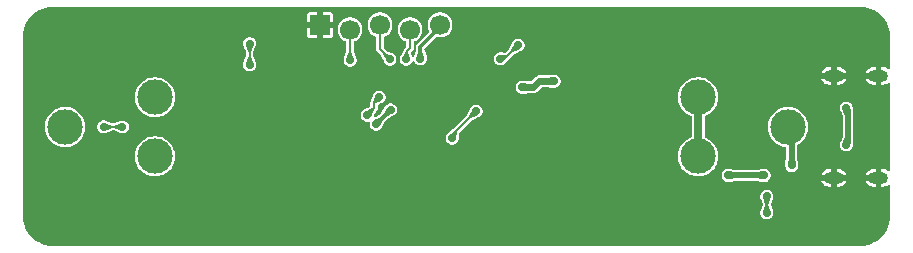
<source format=gbr>
%TF.GenerationSoftware,KiCad,Pcbnew,9.0.6*%
%TF.CreationDate,2026-01-18T22:32:41-05:00*%
%TF.ProjectId,Photon,50686f74-6f6e-42e6-9b69-6361645f7063,1.3*%
%TF.SameCoordinates,Original*%
%TF.FileFunction,Copper,L2,Bot*%
%TF.FilePolarity,Positive*%
%FSLAX46Y46*%
G04 Gerber Fmt 4.6, Leading zero omitted, Abs format (unit mm)*
G04 Created by KiCad (PCBNEW 9.0.6) date 2026-01-18 22:32:41*
%MOMM*%
%LPD*%
G01*
G04 APERTURE LIST*
%TA.AperFunction,ComponentPad*%
%ADD10R,1.700000X1.700000*%
%TD*%
%TA.AperFunction,ComponentPad*%
%ADD11C,1.700000*%
%TD*%
%TA.AperFunction,HeatsinkPad*%
%ADD12O,1.700000X1.000000*%
%TD*%
%TA.AperFunction,ComponentPad*%
%ADD13C,3.000000*%
%TD*%
%TA.AperFunction,ViaPad*%
%ADD14C,0.700000*%
%TD*%
%TA.AperFunction,Conductor*%
%ADD15C,0.200000*%
%TD*%
%TA.AperFunction,Conductor*%
%ADD16C,0.300000*%
%TD*%
%TA.AperFunction,Conductor*%
%ADD17C,0.500000*%
%TD*%
%TA.AperFunction,Conductor*%
%ADD18C,0.600000*%
%TD*%
%TA.AperFunction,Conductor*%
%ADD19C,0.700000*%
%TD*%
G04 APERTURE END LIST*
D10*
%TO.P,J2,1,Pin_1*%
%TO.N,GND*%
X90187000Y-49761000D03*
D11*
%TO.P,J2,2,Pin_2*%
%TO.N,/SWC*%
X92727000Y-50161000D03*
%TO.P,J2,3,Pin_3*%
%TO.N,/SWD*%
X95267000Y-49761000D03*
%TO.P,J2,4,Pin_4*%
%TO.N,/NRST*%
X97807000Y-50161000D03*
%TO.P,J2,5,Pin_5*%
%TO.N,+3V3*%
X100347000Y-49761000D03*
%TD*%
D12*
%TO.P,J1,S1,SHIELD*%
%TO.N,GND*%
X133669000Y-62709800D03*
X137469000Y-62709800D03*
X133669000Y-54069800D03*
X137469000Y-54069800D03*
%TD*%
D13*
%TO.P,BT1,1,+*%
%TO.N,+BATT*%
X129807000Y-58389800D03*
X122207000Y-60889800D03*
X122207000Y-55889800D03*
%TO.P,BT1,2,-*%
%TO.N,/Bat-*%
X76207000Y-60889800D03*
X76207000Y-55889800D03*
X68607000Y-58389800D03*
%TD*%
D14*
%TO.N,GND*%
X126509000Y-48945000D03*
X104792000Y-54660000D03*
X134749000Y-61137000D03*
X105935000Y-67995000D03*
X100347000Y-59359000D03*
X107459000Y-57327000D03*
X131843000Y-62661000D03*
X76725000Y-65201000D03*
X99331000Y-63169000D03*
X97045000Y-62153000D03*
X107459000Y-56057000D03*
X124731000Y-66217000D03*
X78503000Y-50723000D03*
X80027000Y-53403500D03*
X115587000Y-67995000D03*
X136161000Y-49199000D03*
X92981000Y-67995000D03*
X74693000Y-49453000D03*
X94378000Y-53009000D03*
X134749000Y-55639800D03*
X125493000Y-53517000D03*
X92727000Y-60883000D03*
X70883000Y-67487000D03*
X134637000Y-49199000D03*
X126360600Y-58389800D03*
X120403000Y-52755000D03*
X79265000Y-67995000D03*
X131843000Y-54025000D03*
X85361000Y-63169000D03*
X137431000Y-58343000D03*
X76979000Y-58389800D03*
X128033000Y-48945000D03*
X85361000Y-65963000D03*
X81551000Y-58089000D03*
X108983000Y-57835000D03*
X96029000Y-66471000D03*
X103395000Y-54660000D03*
X66565000Y-53771000D03*
X113284000Y-53086000D03*
X107967000Y-60375000D03*
X88409000Y-49961000D03*
X108729000Y-52501000D03*
X119397000Y-49961000D03*
X106951000Y-49453000D03*
X66819000Y-63931000D03*
X103141000Y-60883000D03*
X108983000Y-56311000D03*
X107459000Y-58597000D03*
X79265000Y-61899000D03*
X73588200Y-62274500D03*
X108983000Y-59359000D03*
%TO.N,/NRST*%
X97470000Y-52672000D03*
%TO.N,/LED2_EN*%
X84218000Y-53150116D03*
X84218000Y-51347000D03*
%TO.N,/LED1_EN*%
X105427000Y-52639000D03*
X106952397Y-51483603D03*
%TO.N,/SWC*%
X92727000Y-52755000D03*
%TO.N,+3V3*%
X98681020Y-52639000D03*
X94949461Y-58152539D03*
X96155232Y-56946766D03*
%TO.N,/SWD*%
X96112000Y-52672000D03*
%TO.N,5V*%
X134749000Y-59909800D03*
X134749000Y-56819000D03*
%TO.N,+BATT*%
X127779000Y-62508600D03*
X130115600Y-61664800D03*
X124731000Y-62508600D03*
%TO.N,/VBAT_SYS*%
X103395000Y-57073000D03*
X107309380Y-55048620D03*
X110001794Y-54533000D03*
X101363000Y-59359000D03*
%TO.N,/VM*%
X73461000Y-58389800D03*
X71861000Y-58389800D03*
%TO.N,/CHRG*%
X128004343Y-64290350D03*
X128004343Y-65680343D03*
%TO.N,/BTN*%
X95190781Y-55879219D03*
X94183935Y-57394065D03*
%TD*%
D15*
%TO.N,/NRST*%
X97470000Y-52672000D02*
X97553000Y-52589000D01*
X97553000Y-52589000D02*
X97553000Y-51993000D01*
X97553000Y-51993000D02*
X97807000Y-51739000D01*
X97807000Y-51739000D02*
X97807000Y-50161000D01*
%TO.N,/LED2_EN*%
X84345000Y-53150116D02*
X84469000Y-53150116D01*
X84218000Y-53150116D02*
X84218000Y-51347000D01*
%TO.N,/LED1_EN*%
X106952397Y-51483603D02*
X105797000Y-52639000D01*
X105797000Y-52639000D02*
X105427000Y-52639000D01*
%TO.N,/SWC*%
X92727000Y-52755000D02*
X92727000Y-50161000D01*
D16*
%TO.N,+3V3*%
X98681020Y-52639000D02*
X98681020Y-51626980D01*
X94949461Y-58152537D02*
X96155232Y-56946766D01*
X98681020Y-51626980D02*
X100347000Y-49961000D01*
X94949461Y-58152539D02*
X94949461Y-58152537D01*
D15*
%TO.N,/SWD*%
X95267000Y-51827000D02*
X95267000Y-49961000D01*
X96112000Y-52672000D02*
X95267000Y-51827000D01*
D17*
%TO.N,5V*%
X134891000Y-56961000D02*
X134749000Y-56819000D01*
X134749000Y-59909800D02*
X134891000Y-59767800D01*
X134891000Y-59767800D02*
X134891000Y-56961000D01*
D18*
%TO.N,+BATT*%
X130115600Y-59081200D02*
X130807000Y-58389800D01*
D17*
X130115600Y-61664800D02*
X130115600Y-58698400D01*
D19*
X122207000Y-55889800D02*
X122207000Y-60889800D01*
D17*
X130115600Y-58698400D02*
X129807000Y-58389800D01*
X124731000Y-62508600D02*
X127779000Y-62508600D01*
D18*
%TO.N,/VBAT_SYS*%
X107317000Y-55041000D02*
X107309380Y-55048620D01*
D15*
X101363000Y-59105000D02*
X103395000Y-57073000D01*
D18*
X108236000Y-55041000D02*
X107317000Y-55041000D01*
D15*
X101363000Y-59359000D02*
X101363000Y-59105000D01*
D18*
X108744000Y-54533000D02*
X108236000Y-55041000D01*
X110001794Y-54533000D02*
X108744000Y-54533000D01*
D15*
%TO.N,/VM*%
X73461000Y-58389800D02*
X71861000Y-58389800D01*
%TO.N,/CHRG*%
X128004343Y-65680343D02*
X128004343Y-64290350D01*
%TO.N,/BTN*%
X95190781Y-55879219D02*
X94759000Y-56311000D01*
X94759000Y-56311000D02*
X94759000Y-56819000D01*
X94759000Y-56819000D02*
X94183935Y-57394065D01*
%TD*%
%TA.AperFunction,Conductor*%
%TO.N,GND*%
G36*
X135957992Y-48223681D02*
G01*
X136250309Y-48241362D01*
X136262164Y-48242802D01*
X136547281Y-48295051D01*
X136558883Y-48297911D01*
X136835623Y-48384147D01*
X136846786Y-48388380D01*
X137111119Y-48507347D01*
X137121704Y-48512903D01*
X137369752Y-48662853D01*
X137379583Y-48669638D01*
X137584344Y-48830058D01*
X137607755Y-48848399D01*
X137616704Y-48856326D01*
X137821673Y-49061295D01*
X137829600Y-49070244D01*
X138008358Y-49298413D01*
X138015145Y-49308245D01*
X138037376Y-49345020D01*
X138165096Y-49556295D01*
X138170652Y-49566880D01*
X138289616Y-49831206D01*
X138293855Y-49842384D01*
X138380087Y-50119113D01*
X138382948Y-50130721D01*
X138435196Y-50415828D01*
X138436637Y-50427695D01*
X138454319Y-50720006D01*
X138454500Y-50725984D01*
X138454500Y-53407194D01*
X138435593Y-53465385D01*
X138386093Y-53501349D01*
X138324907Y-53501349D01*
X138300499Y-53489510D01*
X138174257Y-53405158D01*
X138037770Y-53348623D01*
X138037764Y-53348621D01*
X137892871Y-53319800D01*
X137719001Y-53319800D01*
X137719000Y-53319801D01*
X137719000Y-53819800D01*
X137218999Y-53819800D01*
X137219000Y-53819799D01*
X137219000Y-53319801D01*
X137218999Y-53319800D01*
X137045128Y-53319800D01*
X136900235Y-53348621D01*
X136900229Y-53348623D01*
X136763742Y-53405158D01*
X136640906Y-53487234D01*
X136536431Y-53591709D01*
X136454365Y-53714529D01*
X136454358Y-53714543D01*
X136410758Y-53819799D01*
X136410759Y-53819800D01*
X137069272Y-53819800D01*
X136977386Y-53857860D01*
X136907060Y-53928186D01*
X136869000Y-54020072D01*
X136869000Y-54119528D01*
X136907060Y-54211414D01*
X136977386Y-54281740D01*
X137069272Y-54319800D01*
X136410759Y-54319800D01*
X136454358Y-54425056D01*
X136454365Y-54425070D01*
X136536431Y-54547890D01*
X136640906Y-54652365D01*
X136763742Y-54734441D01*
X136900229Y-54790976D01*
X136900235Y-54790978D01*
X137045128Y-54819799D01*
X137045132Y-54819800D01*
X137218999Y-54819800D01*
X137219000Y-54819799D01*
X137219000Y-54319801D01*
X137218999Y-54319800D01*
X137719000Y-54319800D01*
X137719000Y-54819799D01*
X137719001Y-54819800D01*
X137892868Y-54819800D01*
X137892871Y-54819799D01*
X138037764Y-54790978D01*
X138037770Y-54790976D01*
X138174258Y-54734440D01*
X138300498Y-54650090D01*
X138359387Y-54633481D01*
X138416790Y-54654659D01*
X138450783Y-54705532D01*
X138454500Y-54732405D01*
X138454500Y-62047194D01*
X138435593Y-62105385D01*
X138386093Y-62141349D01*
X138324907Y-62141349D01*
X138300499Y-62129510D01*
X138174257Y-62045158D01*
X138037770Y-61988623D01*
X138037764Y-61988621D01*
X137892871Y-61959800D01*
X137719001Y-61959800D01*
X137719000Y-61959801D01*
X137719000Y-62459800D01*
X137218999Y-62459800D01*
X137219000Y-62459799D01*
X137219000Y-61959801D01*
X137218999Y-61959800D01*
X137045128Y-61959800D01*
X136900235Y-61988621D01*
X136900229Y-61988623D01*
X136763742Y-62045158D01*
X136640906Y-62127234D01*
X136536431Y-62231709D01*
X136454365Y-62354529D01*
X136454358Y-62354543D01*
X136410758Y-62459799D01*
X136410759Y-62459800D01*
X137069272Y-62459800D01*
X136977386Y-62497860D01*
X136907060Y-62568186D01*
X136869000Y-62660072D01*
X136869000Y-62759528D01*
X136907060Y-62851414D01*
X136977386Y-62921740D01*
X137069272Y-62959800D01*
X136410759Y-62959800D01*
X136454358Y-63065056D01*
X136454365Y-63065070D01*
X136536431Y-63187890D01*
X136640906Y-63292365D01*
X136763742Y-63374441D01*
X136900229Y-63430976D01*
X136900235Y-63430978D01*
X137045128Y-63459799D01*
X137045132Y-63459800D01*
X137218999Y-63459800D01*
X137219000Y-63459799D01*
X137219000Y-62959801D01*
X137218999Y-62959800D01*
X137719000Y-62959800D01*
X137719000Y-63459799D01*
X137719001Y-63459800D01*
X137892868Y-63459800D01*
X137892871Y-63459799D01*
X138037764Y-63430978D01*
X138037770Y-63430976D01*
X138174258Y-63374440D01*
X138300498Y-63290090D01*
X138359387Y-63273481D01*
X138416790Y-63294659D01*
X138450783Y-63345532D01*
X138454500Y-63372405D01*
X138454500Y-65960015D01*
X138454319Y-65965993D01*
X138436637Y-66258304D01*
X138435196Y-66270171D01*
X138382948Y-66555278D01*
X138380087Y-66566886D01*
X138293855Y-66843615D01*
X138289616Y-66854793D01*
X138170652Y-67119119D01*
X138165096Y-67129704D01*
X138015147Y-67377751D01*
X138008356Y-67387590D01*
X137829600Y-67615755D01*
X137821673Y-67624704D01*
X137616704Y-67829673D01*
X137607755Y-67837600D01*
X137379590Y-68016356D01*
X137369751Y-68023147D01*
X137121704Y-68173096D01*
X137111119Y-68178652D01*
X136846793Y-68297616D01*
X136835615Y-68301855D01*
X136558886Y-68388087D01*
X136547278Y-68390948D01*
X136262171Y-68443196D01*
X136250304Y-68444637D01*
X135978993Y-68461048D01*
X135957991Y-68462319D01*
X135952015Y-68462500D01*
X67535985Y-68462500D01*
X67530008Y-68462319D01*
X67506564Y-68460900D01*
X67237695Y-68444637D01*
X67225828Y-68443196D01*
X66940721Y-68390948D01*
X66929113Y-68388087D01*
X66652384Y-68301855D01*
X66641206Y-68297616D01*
X66376880Y-68178652D01*
X66366295Y-68173096D01*
X66118248Y-68023147D01*
X66108413Y-68016358D01*
X65880244Y-67837600D01*
X65871295Y-67829673D01*
X65666326Y-67624704D01*
X65658399Y-67615755D01*
X65479638Y-67387583D01*
X65472856Y-67377758D01*
X65322903Y-67129704D01*
X65317347Y-67119119D01*
X65198383Y-66854793D01*
X65194147Y-66843623D01*
X65107911Y-66566883D01*
X65105051Y-66555278D01*
X65052803Y-66270171D01*
X65051362Y-66258303D01*
X65036848Y-66018358D01*
X65033682Y-65966008D01*
X65033501Y-65960031D01*
X65033501Y-64217875D01*
X127453843Y-64217875D01*
X127453843Y-64362827D01*
X127470478Y-64424914D01*
X127471596Y-64429089D01*
X127474609Y-64446135D01*
X127479602Y-64458964D01*
X127481003Y-64464192D01*
X127481006Y-64464202D01*
X127491357Y-64502831D01*
X127491358Y-64502833D01*
X127503910Y-64524573D01*
X127510430Y-64538162D01*
X127670515Y-64949434D01*
X127674004Y-65010520D01*
X127670515Y-65021255D01*
X127510430Y-65432529D01*
X127507687Y-65439577D01*
X127491359Y-65467858D01*
X127479607Y-65511709D01*
X127477644Y-65516755D01*
X127477644Y-65516757D01*
X127474603Y-65524571D01*
X127468934Y-65541216D01*
X127468930Y-65541227D01*
X127468926Y-65541241D01*
X127468818Y-65541610D01*
X127468351Y-65543199D01*
X127466701Y-65549154D01*
X127466682Y-65549797D01*
X127463356Y-65572360D01*
X127453843Y-65607864D01*
X127453843Y-65752817D01*
X127491360Y-65892832D01*
X127563830Y-66018353D01*
X127563832Y-66018355D01*
X127563834Y-66018358D01*
X127666328Y-66120852D01*
X127666330Y-66120853D01*
X127666332Y-66120855D01*
X127791854Y-66193325D01*
X127791855Y-66193325D01*
X127791858Y-66193327D01*
X127931868Y-66230843D01*
X127931869Y-66230843D01*
X128076817Y-66230843D01*
X128076818Y-66230843D01*
X128216828Y-66193327D01*
X128216830Y-66193325D01*
X128216832Y-66193325D01*
X128342353Y-66120855D01*
X128342353Y-66120854D01*
X128342358Y-66120852D01*
X128444852Y-66018358D01*
X128444855Y-66018353D01*
X128517325Y-65892832D01*
X128517325Y-65892830D01*
X128517327Y-65892828D01*
X128554843Y-65752818D01*
X128554843Y-65607868D01*
X128537089Y-65541610D01*
X128534076Y-65524557D01*
X128529081Y-65511725D01*
X128527678Y-65506488D01*
X128527678Y-65506486D01*
X128517327Y-65467859D01*
X128517327Y-65467858D01*
X128504770Y-65446109D01*
X128498255Y-65432531D01*
X128338169Y-65021256D01*
X128334680Y-64960170D01*
X128338166Y-64949442D01*
X128500995Y-64531122D01*
X128517327Y-64502835D01*
X128529082Y-64458964D01*
X128534076Y-64446135D01*
X128539759Y-64429451D01*
X128540325Y-64427522D01*
X128541983Y-64421539D01*
X128542002Y-64420908D01*
X128545328Y-64398334D01*
X128554843Y-64362824D01*
X128554843Y-64217875D01*
X128517327Y-64077865D01*
X128517325Y-64077862D01*
X128517325Y-64077860D01*
X128444855Y-63952339D01*
X128444853Y-63952337D01*
X128444852Y-63952335D01*
X128342358Y-63849841D01*
X128342355Y-63849839D01*
X128342353Y-63849837D01*
X128216831Y-63777367D01*
X128216832Y-63777367D01*
X128187239Y-63769437D01*
X128076818Y-63739850D01*
X127931868Y-63739850D01*
X127870133Y-63756391D01*
X127791853Y-63777367D01*
X127666332Y-63849837D01*
X127563830Y-63952339D01*
X127491360Y-64077860D01*
X127453843Y-64217875D01*
X65033501Y-64217875D01*
X65033501Y-60778342D01*
X74506500Y-60778342D01*
X74506500Y-61001257D01*
X74535595Y-61222255D01*
X74535595Y-61222260D01*
X74593290Y-61437582D01*
X74678592Y-61643522D01*
X74678595Y-61643527D01*
X74732721Y-61737275D01*
X74790052Y-61836574D01*
X74925753Y-62013424D01*
X75083376Y-62171047D01*
X75260226Y-62306748D01*
X75260228Y-62306749D01*
X75453272Y-62418204D01*
X75453277Y-62418207D01*
X75553693Y-62459800D01*
X75659219Y-62503510D01*
X75874537Y-62561204D01*
X76095543Y-62590300D01*
X76095544Y-62590300D01*
X76318456Y-62590300D01*
X76318457Y-62590300D01*
X76539463Y-62561204D01*
X76754781Y-62503510D01*
X76884647Y-62449717D01*
X76960722Y-62418207D01*
X76960723Y-62418205D01*
X76960726Y-62418205D01*
X77153774Y-62306748D01*
X77330624Y-62171047D01*
X77488247Y-62013424D01*
X77623948Y-61836574D01*
X77735405Y-61643526D01*
X77756617Y-61592317D01*
X77771996Y-61555188D01*
X77820710Y-61437581D01*
X77878404Y-61222263D01*
X77907500Y-61001257D01*
X77907500Y-60778343D01*
X77878404Y-60557337D01*
X77820710Y-60342019D01*
X77781690Y-60247815D01*
X77735407Y-60136077D01*
X77735404Y-60136072D01*
X77658868Y-60003509D01*
X77623948Y-59943026D01*
X77488247Y-59766176D01*
X77330624Y-59608553D01*
X77153774Y-59472852D01*
X77153771Y-59472850D01*
X76968310Y-59365773D01*
X76968309Y-59365773D01*
X76960722Y-59361392D01*
X76779975Y-59286525D01*
X100812500Y-59286525D01*
X100812500Y-59431474D01*
X100850017Y-59571489D01*
X100922487Y-59697010D01*
X100922489Y-59697012D01*
X100922491Y-59697015D01*
X101024985Y-59799509D01*
X101024987Y-59799510D01*
X101024989Y-59799512D01*
X101150511Y-59871982D01*
X101150512Y-59871982D01*
X101150515Y-59871984D01*
X101290525Y-59909500D01*
X101290526Y-59909500D01*
X101435474Y-59909500D01*
X101435475Y-59909500D01*
X101575485Y-59871984D01*
X101575487Y-59871982D01*
X101575489Y-59871982D01*
X101701010Y-59799512D01*
X101701010Y-59799511D01*
X101701015Y-59799509D01*
X101803509Y-59697015D01*
X101854583Y-59608553D01*
X101875982Y-59571489D01*
X101875982Y-59571487D01*
X101875984Y-59571485D01*
X101913500Y-59431475D01*
X101913500Y-59425125D01*
X101913988Y-59415303D01*
X101928912Y-59265624D01*
X101958803Y-58965839D01*
X101983391Y-58909812D01*
X101987294Y-58905675D01*
X103067759Y-57825210D01*
X103097913Y-57804591D01*
X103575933Y-57594438D01*
X103607485Y-57585984D01*
X103646817Y-57563275D01*
X103659422Y-57557734D01*
X103675343Y-57549897D01*
X103677107Y-57548932D01*
X103682384Y-57545943D01*
X103682845Y-57545509D01*
X103701152Y-57531904D01*
X103733015Y-57513509D01*
X103835509Y-57411015D01*
X103849315Y-57387103D01*
X103907982Y-57285489D01*
X103907982Y-57285487D01*
X103907984Y-57285485D01*
X103945500Y-57145475D01*
X103945500Y-57000525D01*
X103907984Y-56860515D01*
X103907982Y-56860512D01*
X103907982Y-56860510D01*
X103835512Y-56734989D01*
X103835510Y-56734987D01*
X103835509Y-56734985D01*
X103733015Y-56632491D01*
X103733012Y-56632489D01*
X103733010Y-56632487D01*
X103607488Y-56560017D01*
X103607489Y-56560017D01*
X103529441Y-56539104D01*
X103467475Y-56522500D01*
X103322525Y-56522500D01*
X103260790Y-56539041D01*
X103182510Y-56560017D01*
X103056989Y-56632487D01*
X103056984Y-56632491D01*
X102954494Y-56734980D01*
X102954491Y-56734984D01*
X102922348Y-56790653D01*
X102922349Y-56790654D01*
X102920194Y-56794387D01*
X102910266Y-56808576D01*
X102904720Y-56821187D01*
X102902015Y-56825874D01*
X102902012Y-56825880D01*
X102882015Y-56860517D01*
X102875518Y-56884763D01*
X102870520Y-56898981D01*
X102663407Y-57370083D01*
X102642783Y-57400244D01*
X101511440Y-58531587D01*
X101490185Y-58547165D01*
X101490242Y-58547253D01*
X101488654Y-58548287D01*
X101487122Y-58549411D01*
X101486177Y-58549902D01*
X101486168Y-58549908D01*
X101048342Y-58900968D01*
X101046267Y-58902952D01*
X101027376Y-58917110D01*
X101024988Y-58918488D01*
X101024987Y-58918489D01*
X101024985Y-58918490D01*
X101024985Y-58918491D01*
X100922491Y-59020985D01*
X100922490Y-59020987D01*
X100922487Y-59020989D01*
X100850017Y-59146510D01*
X100812500Y-59286525D01*
X76779975Y-59286525D01*
X76754782Y-59276090D01*
X76631895Y-59243163D01*
X76539463Y-59218396D01*
X76539460Y-59218395D01*
X76539458Y-59218395D01*
X76318457Y-59189300D01*
X76095543Y-59189300D01*
X76095542Y-59189300D01*
X75874544Y-59218395D01*
X75874539Y-59218395D01*
X75659217Y-59276090D01*
X75453277Y-59361392D01*
X75453272Y-59361395D01*
X75260228Y-59472850D01*
X75083379Y-59608550D01*
X74925750Y-59766179D01*
X74790050Y-59943028D01*
X74678595Y-60136072D01*
X74678592Y-60136077D01*
X74593290Y-60342017D01*
X74535595Y-60557339D01*
X74535595Y-60557344D01*
X74506500Y-60778342D01*
X65033501Y-60778342D01*
X65033501Y-58278343D01*
X66906500Y-58278343D01*
X66906500Y-58501257D01*
X66912555Y-58547253D01*
X66935595Y-58722255D01*
X66935595Y-58722260D01*
X66993290Y-58937582D01*
X67078592Y-59143522D01*
X67078595Y-59143527D01*
X67185627Y-59328910D01*
X67190052Y-59336574D01*
X67325753Y-59513424D01*
X67483376Y-59671047D01*
X67660226Y-59806748D01*
X67713187Y-59837325D01*
X67853272Y-59918204D01*
X67853277Y-59918207D01*
X68007953Y-59982275D01*
X68059219Y-60003510D01*
X68274537Y-60061204D01*
X68495543Y-60090300D01*
X68495544Y-60090300D01*
X68718456Y-60090300D01*
X68718457Y-60090300D01*
X68939463Y-60061204D01*
X69154781Y-60003510D01*
X69304038Y-59941686D01*
X69360722Y-59918207D01*
X69360723Y-59918205D01*
X69360726Y-59918205D01*
X69553774Y-59806748D01*
X69730624Y-59671047D01*
X69888247Y-59513424D01*
X70023948Y-59336574D01*
X70135405Y-59143526D01*
X70220710Y-58937581D01*
X70278404Y-58722263D01*
X70307500Y-58501257D01*
X70307500Y-58317325D01*
X71310500Y-58317325D01*
X71310500Y-58462275D01*
X71340087Y-58572696D01*
X71348017Y-58602289D01*
X71420487Y-58727810D01*
X71420489Y-58727812D01*
X71420491Y-58727815D01*
X71522985Y-58830309D01*
X71522987Y-58830310D01*
X71522989Y-58830312D01*
X71648511Y-58902782D01*
X71648512Y-58902782D01*
X71648515Y-58902784D01*
X71788525Y-58940300D01*
X71788526Y-58940300D01*
X71933474Y-58940300D01*
X71933475Y-58940300D01*
X71999734Y-58922545D01*
X72016785Y-58919533D01*
X72029614Y-58914539D01*
X72073485Y-58902784D01*
X72095235Y-58890225D01*
X72108813Y-58883711D01*
X72523610Y-58722255D01*
X72588382Y-58697043D01*
X72624292Y-58690300D01*
X72697707Y-58690300D01*
X72733617Y-58697043D01*
X73213185Y-58883711D01*
X73226766Y-58890227D01*
X73248515Y-58902784D01*
X73292382Y-58914538D01*
X73305214Y-58919533D01*
X73321898Y-58925216D01*
X73323827Y-58925782D01*
X73329810Y-58927440D01*
X73341923Y-58927812D01*
X73353011Y-58930784D01*
X73353015Y-58930785D01*
X73388525Y-58940300D01*
X73388526Y-58940300D01*
X73533474Y-58940300D01*
X73533475Y-58940300D01*
X73673485Y-58902784D01*
X73673487Y-58902782D01*
X73673489Y-58902782D01*
X73799010Y-58830312D01*
X73799010Y-58830311D01*
X73799015Y-58830309D01*
X73901509Y-58727815D01*
X73901512Y-58727810D01*
X73973982Y-58602289D01*
X73973982Y-58602287D01*
X73973984Y-58602285D01*
X74011500Y-58462275D01*
X74011500Y-58317325D01*
X73973984Y-58177315D01*
X73973982Y-58177312D01*
X73973982Y-58177310D01*
X73901512Y-58051789D01*
X73901510Y-58051787D01*
X73901509Y-58051785D01*
X73799015Y-57949291D01*
X73799012Y-57949289D01*
X73799010Y-57949287D01*
X73673488Y-57876817D01*
X73673489Y-57876817D01*
X73610974Y-57860066D01*
X73533475Y-57839300D01*
X73388525Y-57839300D01*
X73326431Y-57855936D01*
X73326432Y-57855937D01*
X73322267Y-57857052D01*
X73305214Y-57860066D01*
X73292372Y-57865063D01*
X73287137Y-57866466D01*
X73287136Y-57866465D01*
X73248515Y-57876815D01*
X73248514Y-57876816D01*
X73226777Y-57889365D01*
X73213191Y-57895884D01*
X72733614Y-58082557D01*
X72697703Y-58089300D01*
X72624294Y-58089300D01*
X72588383Y-58082557D01*
X72108810Y-57895885D01*
X72095223Y-57889366D01*
X72095221Y-57889365D01*
X72073485Y-57876816D01*
X72073482Y-57876815D01*
X72034857Y-57866464D01*
X72029622Y-57865062D01*
X72016785Y-57860066D01*
X72000101Y-57854383D01*
X71998172Y-57853817D01*
X71992189Y-57852159D01*
X71980071Y-57851785D01*
X71968977Y-57848812D01*
X71943615Y-57842017D01*
X71933475Y-57839300D01*
X71788525Y-57839300D01*
X71732235Y-57854383D01*
X71648510Y-57876817D01*
X71522989Y-57949287D01*
X71420487Y-58051789D01*
X71348017Y-58177310D01*
X71320945Y-58278343D01*
X71310500Y-58317325D01*
X70307500Y-58317325D01*
X70307500Y-58278343D01*
X70278404Y-58057337D01*
X70220710Y-57842019D01*
X70173808Y-57728787D01*
X70135407Y-57636077D01*
X70135404Y-57636072D01*
X70023949Y-57443028D01*
X70023948Y-57443026D01*
X69888247Y-57266176D01*
X69730624Y-57108553D01*
X69553774Y-56972852D01*
X69532091Y-56960333D01*
X69360727Y-56861395D01*
X69360722Y-56861392D01*
X69154782Y-56776090D01*
X69044442Y-56746525D01*
X68939463Y-56718396D01*
X68939460Y-56718395D01*
X68939458Y-56718395D01*
X68718457Y-56689300D01*
X68495543Y-56689300D01*
X68495542Y-56689300D01*
X68274544Y-56718395D01*
X68274539Y-56718395D01*
X68059217Y-56776090D01*
X67853277Y-56861392D01*
X67853272Y-56861395D01*
X67660228Y-56972850D01*
X67483379Y-57108550D01*
X67325750Y-57266179D01*
X67190050Y-57443028D01*
X67078595Y-57636072D01*
X67078592Y-57636077D01*
X66993290Y-57842017D01*
X66935595Y-58057339D01*
X66935595Y-58057344D01*
X66919801Y-58177315D01*
X66906500Y-58278343D01*
X65033501Y-58278343D01*
X65033501Y-55778342D01*
X74506500Y-55778342D01*
X74506500Y-56001257D01*
X74535595Y-56222255D01*
X74535595Y-56222260D01*
X74593290Y-56437582D01*
X74678592Y-56643522D01*
X74678595Y-56643527D01*
X74790050Y-56836571D01*
X74790052Y-56836574D01*
X74925753Y-57013424D01*
X75083376Y-57171047D01*
X75260226Y-57306748D01*
X75260228Y-57306749D01*
X75453272Y-57418204D01*
X75453277Y-57418207D01*
X75612219Y-57484042D01*
X75659219Y-57503510D01*
X75874537Y-57561204D01*
X76095543Y-57590300D01*
X76095544Y-57590300D01*
X76318456Y-57590300D01*
X76318457Y-57590300D01*
X76539463Y-57561204D01*
X76754781Y-57503510D01*
X76900803Y-57443026D01*
X76960722Y-57418207D01*
X76960723Y-57418205D01*
X76960726Y-57418205D01*
X77128067Y-57321590D01*
X93633435Y-57321590D01*
X93633435Y-57466540D01*
X93655040Y-57547169D01*
X93670952Y-57606554D01*
X93743422Y-57732075D01*
X93743424Y-57732077D01*
X93743426Y-57732080D01*
X93845920Y-57834574D01*
X93845922Y-57834575D01*
X93845924Y-57834577D01*
X93971446Y-57907047D01*
X93971447Y-57907047D01*
X93971450Y-57907049D01*
X94111460Y-57944565D01*
X94111461Y-57944565D01*
X94256411Y-57944565D01*
X94256411Y-57944564D01*
X94283471Y-57937314D01*
X94344572Y-57940515D01*
X94392123Y-57979020D01*
X94407959Y-58038120D01*
X94404722Y-58058562D01*
X94398961Y-58080063D01*
X94398961Y-58225013D01*
X94436478Y-58365028D01*
X94508948Y-58490549D01*
X94508950Y-58490551D01*
X94508952Y-58490554D01*
X94611446Y-58593048D01*
X94611448Y-58593049D01*
X94611450Y-58593051D01*
X94736972Y-58665521D01*
X94736973Y-58665521D01*
X94736976Y-58665523D01*
X94876986Y-58703039D01*
X94876987Y-58703039D01*
X95021935Y-58703039D01*
X95021936Y-58703039D01*
X95161946Y-58665523D01*
X95161948Y-58665521D01*
X95161950Y-58665521D01*
X95287471Y-58593051D01*
X95287471Y-58593050D01*
X95287476Y-58593048D01*
X95389970Y-58490554D01*
X95409914Y-58456008D01*
X95418784Y-58443120D01*
X95428269Y-58431435D01*
X95713928Y-57889998D01*
X95731479Y-57866199D01*
X95868894Y-57728784D01*
X95892693Y-57711233D01*
X96434129Y-57425573D01*
X96443219Y-57420478D01*
X96444232Y-57419876D01*
X96447453Y-57416828D01*
X96465980Y-57403016D01*
X96493247Y-57387275D01*
X96595741Y-57284781D01*
X96639321Y-57209298D01*
X96668214Y-57159255D01*
X96668214Y-57159253D01*
X96668216Y-57159251D01*
X96705732Y-57019241D01*
X96705732Y-56874291D01*
X96668216Y-56734281D01*
X96668214Y-56734278D01*
X96668214Y-56734276D01*
X96595744Y-56608755D01*
X96595742Y-56608753D01*
X96595741Y-56608751D01*
X96493247Y-56506257D01*
X96493244Y-56506255D01*
X96493242Y-56506253D01*
X96367720Y-56433783D01*
X96367721Y-56433783D01*
X96338128Y-56425853D01*
X96227707Y-56396266D01*
X96082757Y-56396266D01*
X96021022Y-56412807D01*
X95942742Y-56433783D01*
X95817221Y-56506253D01*
X95817216Y-56506257D01*
X95714723Y-56608749D01*
X95694781Y-56643290D01*
X95690652Y-56647007D01*
X95685911Y-56656180D01*
X95676423Y-56667868D01*
X95676422Y-56667869D01*
X95390765Y-57209298D01*
X95373209Y-57233105D01*
X95235801Y-57370513D01*
X95211994Y-57388069D01*
X94910442Y-57547169D01*
X94850153Y-57557601D01*
X94795246Y-57530603D01*
X94766694Y-57476487D01*
X94773616Y-57419769D01*
X94915527Y-57096976D01*
X94936145Y-57066824D01*
X94999460Y-57003511D01*
X95028302Y-56953556D01*
X95039020Y-56934992D01*
X95039020Y-56934990D01*
X95039022Y-56934988D01*
X95059500Y-56858562D01*
X95059500Y-56779438D01*
X95059500Y-56597295D01*
X95078407Y-56539104D01*
X95119808Y-56506169D01*
X95362556Y-56403111D01*
X95403266Y-56392203D01*
X95444987Y-56368114D01*
X95450556Y-56365750D01*
X95450560Y-56365750D01*
X95450578Y-56365740D01*
X95452553Y-56364903D01*
X95469813Y-56356606D01*
X95471726Y-56355574D01*
X95478276Y-56351885D01*
X95478283Y-56351878D01*
X95483122Y-56348319D01*
X95483123Y-56348320D01*
X95483456Y-56348072D01*
X95484472Y-56346544D01*
X95486548Y-56345771D01*
X95496461Y-56338397D01*
X95510474Y-56330305D01*
X95528796Y-56319728D01*
X95631290Y-56217234D01*
X95644120Y-56195012D01*
X95703763Y-56091708D01*
X95703763Y-56091706D01*
X95703765Y-56091704D01*
X95741281Y-55951694D01*
X95741281Y-55806744D01*
X95733671Y-55778342D01*
X120506500Y-55778342D01*
X120506500Y-56001257D01*
X120535595Y-56222255D01*
X120535595Y-56222260D01*
X120593290Y-56437582D01*
X120678592Y-56643522D01*
X120678595Y-56643527D01*
X120790050Y-56836571D01*
X120790052Y-56836574D01*
X120925753Y-57013424D01*
X121083376Y-57171047D01*
X121260226Y-57306748D01*
X121260228Y-57306749D01*
X121450897Y-57416833D01*
X121453274Y-57418205D01*
X121595386Y-57477069D01*
X121641911Y-57516804D01*
X121656500Y-57568532D01*
X121656500Y-59211066D01*
X121637593Y-59269257D01*
X121595386Y-59302530D01*
X121453272Y-59361395D01*
X121260228Y-59472850D01*
X121083379Y-59608550D01*
X120925750Y-59766179D01*
X120790050Y-59943028D01*
X120678595Y-60136072D01*
X120678592Y-60136077D01*
X120593290Y-60342017D01*
X120535595Y-60557339D01*
X120535595Y-60557344D01*
X120506500Y-60778342D01*
X120506500Y-61001257D01*
X120535595Y-61222255D01*
X120535595Y-61222260D01*
X120593290Y-61437582D01*
X120678592Y-61643522D01*
X120678595Y-61643527D01*
X120732721Y-61737275D01*
X120790052Y-61836574D01*
X120925753Y-62013424D01*
X121083376Y-62171047D01*
X121260226Y-62306748D01*
X121260228Y-62306749D01*
X121453272Y-62418204D01*
X121453277Y-62418207D01*
X121553693Y-62459800D01*
X121659219Y-62503510D01*
X121874537Y-62561204D01*
X122095543Y-62590300D01*
X122095544Y-62590300D01*
X122318456Y-62590300D01*
X122318457Y-62590300D01*
X122539463Y-62561204D01*
X122754781Y-62503510D01*
X122884647Y-62449717D01*
X122917462Y-62436125D01*
X124180500Y-62436125D01*
X124180500Y-62581075D01*
X124210087Y-62691496D01*
X124218017Y-62721089D01*
X124290487Y-62846610D01*
X124290489Y-62846612D01*
X124290491Y-62846615D01*
X124392985Y-62949109D01*
X124392987Y-62949110D01*
X124392989Y-62949112D01*
X124518511Y-63021582D01*
X124518512Y-63021582D01*
X124518515Y-63021584D01*
X124658525Y-63059100D01*
X124658526Y-63059100D01*
X124803473Y-63059100D01*
X124803475Y-63059100D01*
X124811970Y-63056823D01*
X124835780Y-63054271D01*
X124835753Y-63053725D01*
X124840602Y-63053482D01*
X124840604Y-63053481D01*
X124840611Y-63053482D01*
X125444635Y-62963337D01*
X125444639Y-62963335D01*
X125444643Y-62963335D01*
X125448484Y-62962445D01*
X125448596Y-62962932D01*
X125473320Y-62959100D01*
X127036334Y-62959100D01*
X127060374Y-62963277D01*
X127060657Y-62962153D01*
X127065362Y-62963336D01*
X127065365Y-62963337D01*
X127669388Y-63053482D01*
X127669390Y-63053481D01*
X127669391Y-63053482D01*
X127673928Y-63053738D01*
X127673908Y-63054077D01*
X127697987Y-63056812D01*
X127706525Y-63059100D01*
X127706526Y-63059100D01*
X127851474Y-63059100D01*
X127851475Y-63059100D01*
X127991485Y-63021584D01*
X127991487Y-63021582D01*
X127991489Y-63021582D01*
X128117010Y-62949112D01*
X128117010Y-62949111D01*
X128117015Y-62949109D01*
X128219509Y-62846615D01*
X128291984Y-62721085D01*
X128329500Y-62581075D01*
X128329500Y-62459799D01*
X132610758Y-62459799D01*
X132610759Y-62459800D01*
X133269272Y-62459800D01*
X133177386Y-62497860D01*
X133107060Y-62568186D01*
X133069000Y-62660072D01*
X133069000Y-62759528D01*
X133107060Y-62851414D01*
X133177386Y-62921740D01*
X133269272Y-62959800D01*
X132610759Y-62959800D01*
X132654358Y-63065056D01*
X132654365Y-63065070D01*
X132736431Y-63187890D01*
X132840906Y-63292365D01*
X132963742Y-63374441D01*
X133100229Y-63430976D01*
X133100235Y-63430978D01*
X133245128Y-63459799D01*
X133245132Y-63459800D01*
X133418999Y-63459800D01*
X133419000Y-63459799D01*
X133419000Y-62959801D01*
X133418999Y-62959800D01*
X133919001Y-62959800D01*
X133919000Y-62959801D01*
X133919000Y-63459799D01*
X133919001Y-63459800D01*
X134092868Y-63459800D01*
X134092871Y-63459799D01*
X134237764Y-63430978D01*
X134237770Y-63430976D01*
X134374257Y-63374441D01*
X134497093Y-63292365D01*
X134601568Y-63187890D01*
X134683634Y-63065070D01*
X134683641Y-63065056D01*
X134727241Y-62959800D01*
X134068728Y-62959800D01*
X134160614Y-62921740D01*
X134230940Y-62851414D01*
X134269000Y-62759528D01*
X134269000Y-62660072D01*
X134230940Y-62568186D01*
X134160614Y-62497860D01*
X134068728Y-62459800D01*
X134727241Y-62459800D01*
X134727241Y-62459799D01*
X134683641Y-62354543D01*
X134683634Y-62354529D01*
X134601568Y-62231709D01*
X134497093Y-62127234D01*
X134374257Y-62045158D01*
X134237770Y-61988623D01*
X134237764Y-61988621D01*
X134092871Y-61959800D01*
X133919001Y-61959800D01*
X133919000Y-61959801D01*
X133919000Y-62459799D01*
X133919001Y-62459800D01*
X133418999Y-62459800D01*
X133419000Y-62459799D01*
X133419000Y-61959801D01*
X133418999Y-61959800D01*
X133245128Y-61959800D01*
X133100235Y-61988621D01*
X133100229Y-61988623D01*
X132963742Y-62045158D01*
X132840906Y-62127234D01*
X132736431Y-62231709D01*
X132654365Y-62354529D01*
X132654358Y-62354543D01*
X132610758Y-62459799D01*
X128329500Y-62459799D01*
X128329500Y-62436125D01*
X128291984Y-62296115D01*
X128291982Y-62296112D01*
X128291982Y-62296110D01*
X128219512Y-62170589D01*
X128219510Y-62170587D01*
X128219509Y-62170585D01*
X128117015Y-62068091D01*
X128117012Y-62068089D01*
X128117010Y-62068087D01*
X127991488Y-61995617D01*
X127991489Y-61995617D01*
X127961896Y-61987687D01*
X127851475Y-61958100D01*
X127706525Y-61958100D01*
X127698030Y-61960376D01*
X127674218Y-61962928D01*
X127674246Y-61963474D01*
X127669395Y-61963716D01*
X127669388Y-61963717D01*
X127664959Y-61964378D01*
X127065361Y-62053862D01*
X127061517Y-62054754D01*
X127061404Y-62054267D01*
X127036675Y-62058100D01*
X125473672Y-62058100D01*
X125449632Y-62053926D01*
X125449351Y-62055047D01*
X125444643Y-62053863D01*
X124840608Y-61963716D01*
X124836074Y-61963461D01*
X124836092Y-61963125D01*
X124812016Y-61960388D01*
X124803475Y-61958100D01*
X124658525Y-61958100D01*
X124596790Y-61974641D01*
X124518510Y-61995617D01*
X124392989Y-62068087D01*
X124290487Y-62170589D01*
X124218017Y-62296110D01*
X124205212Y-62343900D01*
X124180500Y-62436125D01*
X122917462Y-62436125D01*
X122960722Y-62418207D01*
X122960723Y-62418205D01*
X122960726Y-62418205D01*
X123024040Y-62381649D01*
X123089426Y-62343900D01*
X123113460Y-62330023D01*
X123153774Y-62306748D01*
X123330624Y-62171047D01*
X123488247Y-62013424D01*
X123623948Y-61836574D01*
X123735405Y-61643526D01*
X123756617Y-61592317D01*
X123771996Y-61555188D01*
X123820710Y-61437581D01*
X123878404Y-61222263D01*
X123907500Y-61001257D01*
X123907500Y-60778343D01*
X123878404Y-60557337D01*
X123820710Y-60342019D01*
X123781690Y-60247815D01*
X123735407Y-60136077D01*
X123735404Y-60136072D01*
X123658868Y-60003509D01*
X123623948Y-59943026D01*
X123488247Y-59766176D01*
X123330624Y-59608553D01*
X123153774Y-59472852D01*
X123153771Y-59472850D01*
X122960727Y-59361395D01*
X122818614Y-59302530D01*
X122772089Y-59262793D01*
X122757500Y-59211066D01*
X122757500Y-58278343D01*
X128106500Y-58278343D01*
X128106500Y-58501257D01*
X128112555Y-58547253D01*
X128135595Y-58722255D01*
X128135595Y-58722260D01*
X128193290Y-58937582D01*
X128278592Y-59143522D01*
X128278595Y-59143527D01*
X128385627Y-59328910D01*
X128390052Y-59336574D01*
X128525753Y-59513424D01*
X128683376Y-59671047D01*
X128860226Y-59806748D01*
X128913187Y-59837325D01*
X129053272Y-59918204D01*
X129053277Y-59918207D01*
X129207953Y-59982275D01*
X129259219Y-60003510D01*
X129474537Y-60061204D01*
X129474543Y-60061204D01*
X129474544Y-60061205D01*
X129488067Y-60062985D01*
X129579022Y-60074959D01*
X129634247Y-60101299D01*
X129663442Y-60155070D01*
X129665100Y-60173112D01*
X129665100Y-60922134D01*
X129660922Y-60946174D01*
X129662047Y-60946457D01*
X129660863Y-60951162D01*
X129570716Y-61555190D01*
X129570461Y-61559724D01*
X129570124Y-61559705D01*
X129567388Y-61583781D01*
X129565101Y-61592317D01*
X129565100Y-61592326D01*
X129565100Y-61737274D01*
X129602617Y-61877289D01*
X129675087Y-62002810D01*
X129675089Y-62002812D01*
X129675091Y-62002815D01*
X129777585Y-62105309D01*
X129777587Y-62105310D01*
X129777589Y-62105312D01*
X129903111Y-62177782D01*
X129903112Y-62177782D01*
X129903115Y-62177784D01*
X130043125Y-62215300D01*
X130043126Y-62215300D01*
X130188074Y-62215300D01*
X130188075Y-62215300D01*
X130328085Y-62177784D01*
X130328087Y-62177782D01*
X130328089Y-62177782D01*
X130453610Y-62105312D01*
X130453610Y-62105311D01*
X130453615Y-62105309D01*
X130556109Y-62002815D01*
X130628584Y-61877285D01*
X130666100Y-61737275D01*
X130666100Y-61592325D01*
X130666098Y-61592317D01*
X130663824Y-61583828D01*
X130661271Y-61560018D01*
X130660725Y-61560046D01*
X130660482Y-61555196D01*
X130660481Y-61555194D01*
X130660482Y-61555188D01*
X130570337Y-60951165D01*
X130570335Y-60951158D01*
X130570334Y-60951152D01*
X130569446Y-60947320D01*
X130569930Y-60947207D01*
X130566100Y-60922481D01*
X130566100Y-59972259D01*
X130585007Y-59914068D01*
X130615596Y-59886524D01*
X130753774Y-59806748D01*
X130930624Y-59671047D01*
X131088247Y-59513424D01*
X131223948Y-59336574D01*
X131335405Y-59143526D01*
X131420710Y-58937581D01*
X131478404Y-58722263D01*
X131507500Y-58501257D01*
X131507500Y-58278343D01*
X131478404Y-58057337D01*
X131420710Y-57842019D01*
X131373808Y-57728787D01*
X131335407Y-57636077D01*
X131335404Y-57636072D01*
X131223949Y-57443028D01*
X131223948Y-57443026D01*
X131088247Y-57266176D01*
X130930624Y-57108553D01*
X130753774Y-56972852D01*
X130732091Y-56960333D01*
X130560727Y-56861395D01*
X130560722Y-56861392D01*
X130488554Y-56831500D01*
X130354782Y-56776090D01*
X130244442Y-56746525D01*
X134198500Y-56746525D01*
X134198500Y-56891477D01*
X134215907Y-56956446D01*
X134216953Y-56960350D01*
X134219794Y-56975914D01*
X134223912Y-56986322D01*
X134225387Y-56991825D01*
X134225390Y-56991834D01*
X134232735Y-57019241D01*
X134236016Y-57031485D01*
X134250736Y-57056981D01*
X134257046Y-57070038D01*
X134432564Y-57513509D01*
X134433552Y-57516004D01*
X134440500Y-57552437D01*
X134440500Y-59176361D01*
X134433552Y-59212794D01*
X134257044Y-59658763D01*
X134254364Y-59665533D01*
X134236016Y-59697315D01*
X134223919Y-59742456D01*
X134221825Y-59747748D01*
X134219797Y-59752873D01*
X134213844Y-59770114D01*
X134213246Y-59772133D01*
X134211438Y-59778625D01*
X134211437Y-59778627D01*
X134211429Y-59778916D01*
X134208103Y-59801483D01*
X134198500Y-59837322D01*
X134198500Y-59837325D01*
X134198500Y-59982275D01*
X134223335Y-60074959D01*
X134236017Y-60122289D01*
X134308487Y-60247810D01*
X134308489Y-60247812D01*
X134308491Y-60247815D01*
X134410985Y-60350309D01*
X134410987Y-60350310D01*
X134410989Y-60350312D01*
X134536511Y-60422782D01*
X134536512Y-60422782D01*
X134536515Y-60422784D01*
X134676525Y-60460300D01*
X134676526Y-60460300D01*
X134821474Y-60460300D01*
X134821475Y-60460300D01*
X134961485Y-60422784D01*
X134961487Y-60422782D01*
X134961489Y-60422782D01*
X135087010Y-60350312D01*
X135087010Y-60350311D01*
X135087015Y-60350309D01*
X135189509Y-60247815D01*
X135261984Y-60122285D01*
X135299500Y-59982275D01*
X135299500Y-59982272D01*
X135300347Y-59975842D01*
X135302620Y-59976141D01*
X135310055Y-59948404D01*
X135308315Y-59947684D01*
X135310797Y-59941690D01*
X135310797Y-59941688D01*
X135310799Y-59941686D01*
X135341500Y-59827109D01*
X135341500Y-59328910D01*
X135345213Y-59273205D01*
X135345553Y-59266402D01*
X135345579Y-59265624D01*
X135341500Y-59243163D01*
X135341500Y-57490473D01*
X135342333Y-57477658D01*
X135343784Y-57466540D01*
X135345213Y-57455595D01*
X135341719Y-57403174D01*
X135341500Y-57396591D01*
X135341500Y-56901692D01*
X135341336Y-56901079D01*
X135310799Y-56787114D01*
X135310798Y-56787112D01*
X135308316Y-56781120D01*
X135309171Y-56780765D01*
X135301133Y-56758925D01*
X135299500Y-56750047D01*
X135299500Y-56746525D01*
X135297433Y-56738815D01*
X135296835Y-56735561D01*
X135296526Y-56734344D01*
X135296526Y-56734338D01*
X135296523Y-56734331D01*
X135296113Y-56732711D01*
X135294248Y-56726926D01*
X135261984Y-56606515D01*
X135261982Y-56606512D01*
X135261982Y-56606510D01*
X135189512Y-56480989D01*
X135189510Y-56480987D01*
X135189509Y-56480985D01*
X135087015Y-56378491D01*
X135087012Y-56378489D01*
X135087010Y-56378487D01*
X134961488Y-56306017D01*
X134961489Y-56306017D01*
X134931896Y-56298087D01*
X134821475Y-56268500D01*
X134676525Y-56268500D01*
X134614790Y-56285041D01*
X134536510Y-56306017D01*
X134410989Y-56378487D01*
X134308487Y-56480989D01*
X134236017Y-56606510D01*
X134198500Y-56746525D01*
X130244442Y-56746525D01*
X130139463Y-56718396D01*
X130139460Y-56718395D01*
X130139458Y-56718395D01*
X129918457Y-56689300D01*
X129695543Y-56689300D01*
X129695542Y-56689300D01*
X129474544Y-56718395D01*
X129474539Y-56718395D01*
X129259217Y-56776090D01*
X129053277Y-56861392D01*
X129053272Y-56861395D01*
X128860228Y-56972850D01*
X128683379Y-57108550D01*
X128525750Y-57266179D01*
X128390050Y-57443028D01*
X128278595Y-57636072D01*
X128278592Y-57636077D01*
X128193290Y-57842017D01*
X128135595Y-58057339D01*
X128135595Y-58057344D01*
X128119801Y-58177315D01*
X128106500Y-58278343D01*
X122757500Y-58278343D01*
X122757500Y-57568532D01*
X122776407Y-57510341D01*
X122818613Y-57477069D01*
X122960726Y-57418205D01*
X123153774Y-57306748D01*
X123330624Y-57171047D01*
X123488247Y-57013424D01*
X123623948Y-56836574D01*
X123735405Y-56643526D01*
X123739978Y-56632487D01*
X123785535Y-56522500D01*
X123820710Y-56437581D01*
X123878404Y-56222263D01*
X123907500Y-56001257D01*
X123907500Y-55778343D01*
X123878404Y-55557337D01*
X123820710Y-55342019D01*
X123787196Y-55261109D01*
X123735407Y-55136077D01*
X123735404Y-55136072D01*
X123676887Y-55034719D01*
X123623948Y-54943026D01*
X123488247Y-54766176D01*
X123330624Y-54608553D01*
X123153774Y-54472852D01*
X123153771Y-54472850D01*
X123018125Y-54394534D01*
X122960727Y-54361395D01*
X122960722Y-54361392D01*
X122754782Y-54276090D01*
X122659839Y-54250650D01*
X122539463Y-54218396D01*
X122539460Y-54218395D01*
X122539458Y-54218395D01*
X122318457Y-54189300D01*
X122095543Y-54189300D01*
X122095542Y-54189300D01*
X121874544Y-54218395D01*
X121874539Y-54218395D01*
X121659217Y-54276090D01*
X121453277Y-54361392D01*
X121453272Y-54361395D01*
X121260228Y-54472850D01*
X121083379Y-54608550D01*
X120925750Y-54766179D01*
X120790050Y-54943028D01*
X120678595Y-55136072D01*
X120678592Y-55136077D01*
X120593290Y-55342017D01*
X120535595Y-55557339D01*
X120535595Y-55557344D01*
X120506500Y-55778342D01*
X95733671Y-55778342D01*
X95703765Y-55666734D01*
X95703762Y-55666728D01*
X95631293Y-55541208D01*
X95631291Y-55541206D01*
X95631290Y-55541204D01*
X95528796Y-55438710D01*
X95528793Y-55438708D01*
X95528791Y-55438706D01*
X95403269Y-55366236D01*
X95403270Y-55366236D01*
X95373677Y-55358306D01*
X95263256Y-55328719D01*
X95118306Y-55328719D01*
X95068678Y-55342017D01*
X94978291Y-55366236D01*
X94852770Y-55438706D01*
X94750268Y-55541208D01*
X94677798Y-55666730D01*
X94677796Y-55666734D01*
X94660957Y-55729577D01*
X94651772Y-55752212D01*
X94648790Y-55757552D01*
X94648785Y-55757562D01*
X94541985Y-56087703D01*
X94521746Y-56120781D01*
X94522485Y-56121349D01*
X94518538Y-56126491D01*
X94478978Y-56195012D01*
X94458500Y-56271435D01*
X94458500Y-56271438D01*
X94458500Y-56367660D01*
X94458205Y-56370426D01*
X94458500Y-56372162D01*
X94458500Y-56607751D01*
X94439593Y-56665942D01*
X94399343Y-56698379D01*
X94009914Y-56869585D01*
X93995697Y-56874583D01*
X93971453Y-56881079D01*
X93936809Y-56901079D01*
X93936808Y-56901078D01*
X93932108Y-56903791D01*
X93919506Y-56909333D01*
X93903563Y-56917182D01*
X93901805Y-56918144D01*
X93896550Y-56921121D01*
X93887722Y-56929418D01*
X93877786Y-56935155D01*
X93877781Y-56935159D01*
X93845917Y-56953557D01*
X93743426Y-57056049D01*
X93743422Y-57056054D01*
X93670952Y-57181575D01*
X93643299Y-57284776D01*
X93633435Y-57321590D01*
X77128067Y-57321590D01*
X77153774Y-57306748D01*
X77330624Y-57171047D01*
X77488247Y-57013424D01*
X77623948Y-56836574D01*
X77735405Y-56643526D01*
X77739978Y-56632487D01*
X77785535Y-56522500D01*
X77820710Y-56437581D01*
X77878404Y-56222263D01*
X77907500Y-56001257D01*
X77907500Y-55778343D01*
X77878404Y-55557337D01*
X77820710Y-55342019D01*
X77787196Y-55261109D01*
X77735407Y-55136077D01*
X77735404Y-55136073D01*
X77643069Y-54976145D01*
X106758880Y-54976145D01*
X106758880Y-55121095D01*
X106788467Y-55231516D01*
X106796397Y-55261109D01*
X106868867Y-55386630D01*
X106868869Y-55386632D01*
X106868871Y-55386635D01*
X106971365Y-55489129D01*
X106971367Y-55489130D01*
X106971369Y-55489132D01*
X107096891Y-55561602D01*
X107096892Y-55561602D01*
X107096895Y-55561604D01*
X107236905Y-55599120D01*
X107236906Y-55599120D01*
X107381859Y-55599120D01*
X107388294Y-55598273D01*
X107388314Y-55598425D01*
X107399914Y-55597001D01*
X107399855Y-55596268D01*
X108008577Y-55546698D01*
X108008579Y-55546698D01*
X108008582Y-55546697D01*
X108008584Y-55546697D01*
X108015951Y-55544758D01*
X108041142Y-55541500D01*
X108301890Y-55541500D01*
X108301892Y-55541500D01*
X108429186Y-55507392D01*
X108429188Y-55507390D01*
X108429190Y-55507390D01*
X108543309Y-55441503D01*
X108543309Y-55441502D01*
X108543314Y-55441500D01*
X108732816Y-55251997D01*
X108922319Y-55062496D01*
X108976835Y-55034719D01*
X108992322Y-55033500D01*
X109272641Y-55033500D01*
X109298612Y-55036967D01*
X109305216Y-55038763D01*
X109909071Y-55080574D01*
X109909077Y-55080573D01*
X109912106Y-55080783D01*
X109924827Y-55082908D01*
X109929319Y-55083500D01*
X110074268Y-55083500D01*
X110074269Y-55083500D01*
X110214279Y-55045984D01*
X110214281Y-55045982D01*
X110214283Y-55045982D01*
X110339804Y-54973512D01*
X110339804Y-54973511D01*
X110339809Y-54973509D01*
X110442303Y-54871015D01*
X110488514Y-54790976D01*
X110514776Y-54745489D01*
X110514776Y-54745487D01*
X110514778Y-54745485D01*
X110552294Y-54605475D01*
X110552294Y-54460525D01*
X110514778Y-54320515D01*
X110514776Y-54320512D01*
X110514776Y-54320510D01*
X110442306Y-54194989D01*
X110442304Y-54194987D01*
X110442303Y-54194985D01*
X110339809Y-54092491D01*
X110339806Y-54092489D01*
X110339804Y-54092487D01*
X110214282Y-54020017D01*
X110214283Y-54020017D01*
X110184690Y-54012087D01*
X110074269Y-53982500D01*
X109929319Y-53982500D01*
X109929316Y-53982500D01*
X109924862Y-53983086D01*
X109912109Y-53985215D01*
X109909073Y-53985425D01*
X109909072Y-53985425D01*
X109563217Y-54009371D01*
X109305210Y-54027236D01*
X109296425Y-54029464D01*
X109272095Y-54032500D01*
X108809892Y-54032500D01*
X108678107Y-54032500D01*
X108600200Y-54053374D01*
X108550809Y-54066609D01*
X108436690Y-54132496D01*
X108436681Y-54132503D01*
X108436677Y-54132508D01*
X108063687Y-54505497D01*
X108009171Y-54533274D01*
X107988045Y-54534332D01*
X107399739Y-54500769D01*
X107388290Y-54498930D01*
X107388286Y-54498967D01*
X107381856Y-54498120D01*
X107381855Y-54498120D01*
X107236905Y-54498120D01*
X107175170Y-54514661D01*
X107096890Y-54535637D01*
X106971369Y-54608107D01*
X106868867Y-54710609D01*
X106796397Y-54836130D01*
X106796396Y-54836135D01*
X106758880Y-54976145D01*
X77643069Y-54976145D01*
X77623948Y-54943026D01*
X77488247Y-54766176D01*
X77330624Y-54608553D01*
X77153774Y-54472852D01*
X77153771Y-54472850D01*
X76960727Y-54361395D01*
X76960722Y-54361392D01*
X76754782Y-54276090D01*
X76659839Y-54250650D01*
X76539463Y-54218396D01*
X76539460Y-54218395D01*
X76539458Y-54218395D01*
X76318457Y-54189300D01*
X76095543Y-54189300D01*
X76095542Y-54189300D01*
X75874544Y-54218395D01*
X75874539Y-54218395D01*
X75659217Y-54276090D01*
X75453277Y-54361392D01*
X75453272Y-54361395D01*
X75260228Y-54472850D01*
X75083379Y-54608550D01*
X74925750Y-54766179D01*
X74790050Y-54943028D01*
X74678595Y-55136072D01*
X74678592Y-55136077D01*
X74593290Y-55342017D01*
X74535595Y-55557339D01*
X74535595Y-55557344D01*
X74506500Y-55778342D01*
X65033501Y-55778342D01*
X65033501Y-53819799D01*
X132610758Y-53819799D01*
X132610759Y-53819800D01*
X133269272Y-53819800D01*
X133177386Y-53857860D01*
X133107060Y-53928186D01*
X133069000Y-54020072D01*
X133069000Y-54119528D01*
X133107060Y-54211414D01*
X133177386Y-54281740D01*
X133269272Y-54319800D01*
X132610759Y-54319800D01*
X132654358Y-54425056D01*
X132654365Y-54425070D01*
X132736431Y-54547890D01*
X132840906Y-54652365D01*
X132963742Y-54734441D01*
X133100229Y-54790976D01*
X133100235Y-54790978D01*
X133245128Y-54819799D01*
X133245132Y-54819800D01*
X133418999Y-54819800D01*
X133419000Y-54819799D01*
X133419000Y-54319801D01*
X133418999Y-54319800D01*
X133919001Y-54319800D01*
X133919000Y-54319801D01*
X133919000Y-54819799D01*
X133919001Y-54819800D01*
X134092868Y-54819800D01*
X134092871Y-54819799D01*
X134237764Y-54790978D01*
X134237770Y-54790976D01*
X134374257Y-54734441D01*
X134497093Y-54652365D01*
X134601568Y-54547890D01*
X134683634Y-54425070D01*
X134683641Y-54425056D01*
X134727241Y-54319800D01*
X134068728Y-54319800D01*
X134160614Y-54281740D01*
X134230940Y-54211414D01*
X134269000Y-54119528D01*
X134269000Y-54020072D01*
X134230940Y-53928186D01*
X134160614Y-53857860D01*
X134068728Y-53819800D01*
X134727241Y-53819800D01*
X134727241Y-53819799D01*
X134683641Y-53714543D01*
X134683634Y-53714529D01*
X134601568Y-53591709D01*
X134497093Y-53487234D01*
X134374257Y-53405158D01*
X134237770Y-53348623D01*
X134237764Y-53348621D01*
X134092871Y-53319800D01*
X133919001Y-53319800D01*
X133919000Y-53319801D01*
X133919000Y-53819799D01*
X133919001Y-53819800D01*
X133418999Y-53819800D01*
X133419000Y-53819799D01*
X133419000Y-53319801D01*
X133418999Y-53319800D01*
X133245128Y-53319800D01*
X133100235Y-53348621D01*
X133100229Y-53348623D01*
X132963742Y-53405158D01*
X132840906Y-53487234D01*
X132736431Y-53591709D01*
X132654365Y-53714529D01*
X132654358Y-53714543D01*
X132610758Y-53819799D01*
X65033501Y-53819799D01*
X65033501Y-51274525D01*
X83667500Y-51274525D01*
X83667500Y-51419477D01*
X83684135Y-51481564D01*
X83685253Y-51485739D01*
X83688266Y-51502785D01*
X83693259Y-51515614D01*
X83694660Y-51520842D01*
X83694663Y-51520852D01*
X83705014Y-51559481D01*
X83705015Y-51559483D01*
X83705016Y-51559485D01*
X83717343Y-51580836D01*
X83717567Y-51581223D01*
X83724087Y-51594812D01*
X83763508Y-51696088D01*
X83878576Y-51991707D01*
X83910757Y-52074381D01*
X83917500Y-52110292D01*
X83917500Y-52386822D01*
X83910757Y-52422733D01*
X83783088Y-52750725D01*
X83721344Y-52909350D01*
X83705016Y-52937631D01*
X83693264Y-52981482D01*
X83691301Y-52986528D01*
X83691301Y-52986530D01*
X83688260Y-52994344D01*
X83682591Y-53010989D01*
X83682587Y-53011000D01*
X83682583Y-53011014D01*
X83682475Y-53011383D01*
X83682008Y-53012972D01*
X83680358Y-53018927D01*
X83680339Y-53019570D01*
X83677013Y-53042133D01*
X83667500Y-53077637D01*
X83667500Y-53222590D01*
X83705017Y-53362605D01*
X83777487Y-53488126D01*
X83777489Y-53488128D01*
X83777491Y-53488131D01*
X83879985Y-53590625D01*
X83879987Y-53590626D01*
X83879989Y-53590628D01*
X84005511Y-53663098D01*
X84005512Y-53663098D01*
X84005515Y-53663100D01*
X84145525Y-53700616D01*
X84145526Y-53700616D01*
X84290474Y-53700616D01*
X84290475Y-53700616D01*
X84430485Y-53663100D01*
X84430487Y-53663098D01*
X84430489Y-53663098D01*
X84556010Y-53590628D01*
X84556010Y-53590627D01*
X84556015Y-53590625D01*
X84658509Y-53488131D01*
X84659027Y-53487234D01*
X84730982Y-53362605D01*
X84730982Y-53362603D01*
X84730984Y-53362601D01*
X84768500Y-53222591D01*
X84768500Y-53193409D01*
X84769500Y-53189678D01*
X84769500Y-53110554D01*
X84768500Y-53106822D01*
X84768500Y-53077641D01*
X84750746Y-53011383D01*
X84747733Y-52994330D01*
X84742738Y-52981498D01*
X84741335Y-52976261D01*
X84741335Y-52976259D01*
X84730984Y-52937632D01*
X84730984Y-52937631D01*
X84718427Y-52915882D01*
X84711911Y-52902301D01*
X84704977Y-52884488D01*
X84650478Y-52744474D01*
X84525243Y-52422733D01*
X84518500Y-52386823D01*
X84518500Y-52110291D01*
X84525243Y-52074381D01*
X84602068Y-51877011D01*
X84714652Y-51587772D01*
X84730984Y-51559485D01*
X84742739Y-51515614D01*
X84747733Y-51502785D01*
X84753416Y-51486101D01*
X84753982Y-51484172D01*
X84755640Y-51478189D01*
X84755659Y-51477558D01*
X84758985Y-51454984D01*
X84768500Y-51419474D01*
X84768500Y-51274525D01*
X84759177Y-51239731D01*
X84730984Y-51134515D01*
X84730982Y-51134512D01*
X84730982Y-51134510D01*
X84658512Y-51008989D01*
X84658510Y-51008987D01*
X84658509Y-51008985D01*
X84556015Y-50906491D01*
X84556012Y-50906489D01*
X84556010Y-50906487D01*
X84430488Y-50834017D01*
X84430489Y-50834017D01*
X84330463Y-50807215D01*
X84290475Y-50796500D01*
X84145525Y-50796500D01*
X84105537Y-50807215D01*
X84005510Y-50834017D01*
X83879989Y-50906487D01*
X83777487Y-51008989D01*
X83705017Y-51134510D01*
X83667500Y-51274525D01*
X65033501Y-51274525D01*
X65033501Y-50725984D01*
X65033682Y-50720007D01*
X65035380Y-50691941D01*
X65051363Y-50427688D01*
X65052802Y-50415837D01*
X65105053Y-50130715D01*
X65107913Y-50119114D01*
X65107914Y-50119113D01*
X65194152Y-49842361D01*
X65198379Y-49831218D01*
X65317351Y-49566875D01*
X65322900Y-49556303D01*
X65472862Y-49308234D01*
X65479633Y-49298424D01*
X65658407Y-49070236D01*
X65666319Y-49061304D01*
X65841248Y-48886375D01*
X89087000Y-48886375D01*
X89087000Y-49510999D01*
X89087001Y-49511000D01*
X89753988Y-49511000D01*
X89721075Y-49568007D01*
X89687000Y-49695174D01*
X89687000Y-49826826D01*
X89721075Y-49953993D01*
X89753988Y-50011000D01*
X89087001Y-50011000D01*
X89087000Y-50011001D01*
X89087000Y-50635624D01*
X89101506Y-50708546D01*
X89101507Y-50708548D01*
X89156758Y-50791237D01*
X89156762Y-50791241D01*
X89239451Y-50846492D01*
X89239453Y-50846493D01*
X89312375Y-50860999D01*
X89312377Y-50861000D01*
X89936999Y-50861000D01*
X89937000Y-50860999D01*
X89937000Y-50194012D01*
X89994007Y-50226925D01*
X90121174Y-50261000D01*
X90252826Y-50261000D01*
X90379993Y-50226925D01*
X90437000Y-50194012D01*
X90437000Y-50860999D01*
X90437001Y-50861000D01*
X91061623Y-50861000D01*
X91061624Y-50860999D01*
X91134546Y-50846493D01*
X91134548Y-50846492D01*
X91217237Y-50791241D01*
X91217241Y-50791237D01*
X91272492Y-50708548D01*
X91272493Y-50708546D01*
X91286999Y-50635624D01*
X91287000Y-50635622D01*
X91287000Y-50057532D01*
X91676500Y-50057532D01*
X91676500Y-50264467D01*
X91716869Y-50467418D01*
X91796058Y-50658597D01*
X91895361Y-50807215D01*
X91911023Y-50830655D01*
X92057345Y-50976977D01*
X92229402Y-51091941D01*
X92365385Y-51148267D01*
X92411911Y-51188003D01*
X92426500Y-51239731D01*
X92426500Y-51991706D01*
X92419757Y-52027617D01*
X92253955Y-52453576D01*
X92230344Y-52514234D01*
X92214016Y-52542515D01*
X92202264Y-52586366D01*
X92200301Y-52591412D01*
X92200301Y-52591414D01*
X92197260Y-52599228D01*
X92191591Y-52615873D01*
X92191587Y-52615884D01*
X92191583Y-52615898D01*
X92191475Y-52616267D01*
X92191008Y-52617856D01*
X92189358Y-52623811D01*
X92189339Y-52624454D01*
X92186013Y-52647017D01*
X92176500Y-52682521D01*
X92176500Y-52682525D01*
X92176500Y-52827475D01*
X92191777Y-52884488D01*
X92214017Y-52967489D01*
X92286487Y-53093010D01*
X92286489Y-53093012D01*
X92286491Y-53093015D01*
X92388985Y-53195509D01*
X92388987Y-53195510D01*
X92388989Y-53195512D01*
X92514511Y-53267982D01*
X92514512Y-53267982D01*
X92514515Y-53267984D01*
X92654525Y-53305500D01*
X92654526Y-53305500D01*
X92799474Y-53305500D01*
X92799475Y-53305500D01*
X92939485Y-53267984D01*
X92939487Y-53267982D01*
X92939489Y-53267982D01*
X93065010Y-53195512D01*
X93065010Y-53195511D01*
X93065015Y-53195509D01*
X93167509Y-53093015D01*
X93200927Y-53035133D01*
X93239982Y-52967489D01*
X93239982Y-52967487D01*
X93239984Y-52967485D01*
X93277500Y-52827475D01*
X93277500Y-52682525D01*
X93259746Y-52616267D01*
X93256733Y-52599214D01*
X93251738Y-52586382D01*
X93250335Y-52581145D01*
X93250335Y-52581143D01*
X93239984Y-52542516D01*
X93239984Y-52542515D01*
X93227427Y-52520766D01*
X93220911Y-52507185D01*
X93202355Y-52459514D01*
X93113599Y-52231491D01*
X93034243Y-52027617D01*
X93027500Y-51991707D01*
X93027500Y-51239731D01*
X93046407Y-51181540D01*
X93088614Y-51148267D01*
X93224598Y-51091941D01*
X93396655Y-50976977D01*
X93542977Y-50830655D01*
X93657941Y-50658598D01*
X93737130Y-50467420D01*
X93777500Y-50264465D01*
X93777500Y-50057535D01*
X93737130Y-49854580D01*
X93657941Y-49663402D01*
X93654019Y-49657532D01*
X94216500Y-49657532D01*
X94216500Y-49864467D01*
X94256869Y-50067418D01*
X94336058Y-50258597D01*
X94385407Y-50332453D01*
X94451023Y-50430655D01*
X94597345Y-50576977D01*
X94769402Y-50691941D01*
X94905385Y-50748267D01*
X94951911Y-50788003D01*
X94966500Y-50839731D01*
X94966500Y-51866564D01*
X94986287Y-51940408D01*
X94986979Y-51942989D01*
X95012627Y-51987413D01*
X95012628Y-51987415D01*
X95012629Y-51987415D01*
X95017924Y-51996587D01*
X95026539Y-52011510D01*
X95359784Y-52344756D01*
X95380408Y-52374916D01*
X95587520Y-52846019D01*
X95587521Y-52846019D01*
X95590563Y-52852939D01*
X95599016Y-52884485D01*
X95621716Y-52923803D01*
X95623894Y-52928756D01*
X95627271Y-52936436D01*
X95635092Y-52952325D01*
X95636065Y-52954104D01*
X95639057Y-52959386D01*
X95639494Y-52959851D01*
X95653097Y-52978157D01*
X95662435Y-52994330D01*
X95671491Y-53010015D01*
X95773985Y-53112509D01*
X95773987Y-53112510D01*
X95773989Y-53112512D01*
X95899511Y-53184982D01*
X95899512Y-53184982D01*
X95899515Y-53184984D01*
X96039525Y-53222500D01*
X96039526Y-53222500D01*
X96184474Y-53222500D01*
X96184475Y-53222500D01*
X96324485Y-53184984D01*
X96324487Y-53184982D01*
X96324489Y-53184982D01*
X96450010Y-53112512D01*
X96450010Y-53112511D01*
X96450015Y-53112509D01*
X96552509Y-53010015D01*
X96566069Y-52986528D01*
X96624982Y-52884489D01*
X96624982Y-52884487D01*
X96624984Y-52884485D01*
X96662500Y-52744475D01*
X96662500Y-52599525D01*
X96624984Y-52459515D01*
X96624982Y-52459512D01*
X96624982Y-52459510D01*
X96552512Y-52333989D01*
X96552510Y-52333987D01*
X96552509Y-52333985D01*
X96450015Y-52231491D01*
X96390608Y-52197192D01*
X96376422Y-52187265D01*
X96363809Y-52181720D01*
X96336613Y-52166018D01*
X96324486Y-52159016D01*
X96300237Y-52152518D01*
X96286019Y-52147520D01*
X95814916Y-51940408D01*
X95784755Y-51919784D01*
X95596496Y-51731525D01*
X95568719Y-51677008D01*
X95567500Y-51661521D01*
X95567500Y-50839731D01*
X95586407Y-50781540D01*
X95628614Y-50748267D01*
X95764598Y-50691941D01*
X95936655Y-50576977D01*
X96082977Y-50430655D01*
X96197941Y-50258598D01*
X96277130Y-50067420D01*
X96279097Y-50057532D01*
X96756500Y-50057532D01*
X96756500Y-50264467D01*
X96796869Y-50467418D01*
X96876058Y-50658597D01*
X96975361Y-50807215D01*
X96991023Y-50830655D01*
X97137345Y-50976977D01*
X97309402Y-51091941D01*
X97445385Y-51148267D01*
X97491911Y-51188003D01*
X97506500Y-51239731D01*
X97506500Y-51573521D01*
X97487593Y-51631712D01*
X97477504Y-51643525D01*
X97368489Y-51752540D01*
X97368488Y-51752539D01*
X97312539Y-51808489D01*
X97272979Y-51877009D01*
X97270495Y-51883006D01*
X97270126Y-51882853D01*
X97265066Y-51895418D01*
X97004157Y-52369012D01*
X96999866Y-52381569D01*
X96991925Y-52399048D01*
X96957016Y-52459514D01*
X96944019Y-52508019D01*
X96919500Y-52599525D01*
X96919500Y-52744475D01*
X96934552Y-52800649D01*
X96957017Y-52884489D01*
X97029487Y-53010010D01*
X97029489Y-53010012D01*
X97029491Y-53010015D01*
X97131985Y-53112509D01*
X97131987Y-53112510D01*
X97131989Y-53112512D01*
X97257511Y-53184982D01*
X97257512Y-53184982D01*
X97257515Y-53184984D01*
X97397525Y-53222500D01*
X97397526Y-53222500D01*
X97542474Y-53222500D01*
X97542475Y-53222500D01*
X97682485Y-53184984D01*
X97682487Y-53184982D01*
X97682489Y-53184982D01*
X97808010Y-53112512D01*
X97808010Y-53112511D01*
X97808015Y-53112509D01*
X97910509Y-53010015D01*
X97982984Y-52884485D01*
X97985822Y-52873890D01*
X98019144Y-52822577D01*
X98076265Y-52800649D01*
X98135366Y-52816483D01*
X98167185Y-52850013D01*
X98240507Y-52977010D01*
X98240509Y-52977012D01*
X98240511Y-52977015D01*
X98343005Y-53079509D01*
X98343007Y-53079510D01*
X98343009Y-53079512D01*
X98468531Y-53151982D01*
X98468532Y-53151982D01*
X98468535Y-53151984D01*
X98608545Y-53189500D01*
X98608546Y-53189500D01*
X98753494Y-53189500D01*
X98753495Y-53189500D01*
X98893505Y-53151984D01*
X98893507Y-53151982D01*
X98893509Y-53151982D01*
X99019030Y-53079512D01*
X99019030Y-53079511D01*
X99019035Y-53079509D01*
X99121529Y-52977015D01*
X99121964Y-52976262D01*
X99194002Y-52851489D01*
X99194002Y-52851487D01*
X99194004Y-52851485D01*
X99231520Y-52711475D01*
X99231520Y-52566525D01*
X104876500Y-52566525D01*
X104876500Y-52711475D01*
X104886762Y-52749773D01*
X104914017Y-52851489D01*
X104986487Y-52977010D01*
X104986489Y-52977012D01*
X104986491Y-52977015D01*
X105088985Y-53079509D01*
X105088987Y-53079510D01*
X105088989Y-53079512D01*
X105214511Y-53151982D01*
X105214512Y-53151982D01*
X105214515Y-53151984D01*
X105354525Y-53189500D01*
X105354526Y-53189500D01*
X105499474Y-53189500D01*
X105499475Y-53189500D01*
X105639485Y-53151984D01*
X105639487Y-53151982D01*
X105639489Y-53151982D01*
X105765011Y-53079512D01*
X105765012Y-53079510D01*
X105765015Y-53079509D01*
X105808455Y-53036067D01*
X105810340Y-53034234D01*
X105953945Y-52898480D01*
X105972444Y-52884694D01*
X105981511Y-52879460D01*
X106037460Y-52823511D01*
X106109326Y-52751643D01*
X106111213Y-52749809D01*
X106228726Y-52638722D01*
X106230662Y-52636868D01*
X106230898Y-52636639D01*
X106239530Y-52623927D01*
X106251418Y-52609551D01*
X106625156Y-52235813D01*
X106655310Y-52215194D01*
X107133330Y-52005041D01*
X107164882Y-51996587D01*
X107204214Y-51973878D01*
X107216819Y-51968337D01*
X107232740Y-51960500D01*
X107234504Y-51959535D01*
X107239781Y-51956546D01*
X107240242Y-51956112D01*
X107258549Y-51942507D01*
X107290412Y-51924112D01*
X107392906Y-51821618D01*
X107417763Y-51778564D01*
X107465379Y-51696092D01*
X107465379Y-51696090D01*
X107465381Y-51696088D01*
X107502897Y-51556078D01*
X107502897Y-51411128D01*
X107465381Y-51271118D01*
X107465379Y-51271115D01*
X107465379Y-51271113D01*
X107392909Y-51145592D01*
X107392907Y-51145590D01*
X107392906Y-51145588D01*
X107290412Y-51043094D01*
X107290409Y-51043092D01*
X107290407Y-51043090D01*
X107164885Y-50970620D01*
X107164886Y-50970620D01*
X107135293Y-50962690D01*
X107024872Y-50933103D01*
X106879922Y-50933103D01*
X106818187Y-50949644D01*
X106739907Y-50970620D01*
X106614386Y-51043090D01*
X106614381Y-51043094D01*
X106511891Y-51145583D01*
X106511888Y-51145587D01*
X106479745Y-51201256D01*
X106479746Y-51201257D01*
X106477591Y-51204990D01*
X106467663Y-51219179D01*
X106462117Y-51231790D01*
X106459412Y-51236477D01*
X106459409Y-51236483D01*
X106439412Y-51271120D01*
X106432915Y-51295366D01*
X106427917Y-51309584D01*
X106220804Y-51780686D01*
X106200180Y-51810847D01*
X105917491Y-52093536D01*
X105862974Y-52121313D01*
X105838058Y-52122082D01*
X105525361Y-52092163D01*
X105525204Y-52092162D01*
X105524875Y-52092117D01*
X105521154Y-52091761D01*
X105521168Y-52091610D01*
X105500580Y-52088795D01*
X105499482Y-52088501D01*
X105499475Y-52088500D01*
X105354525Y-52088500D01*
X105338168Y-52092883D01*
X105214510Y-52126017D01*
X105088989Y-52198487D01*
X104986487Y-52300989D01*
X104914017Y-52426510D01*
X104882933Y-52542516D01*
X104876500Y-52566525D01*
X99231520Y-52566525D01*
X99220828Y-52526623D01*
X99220503Y-52525254D01*
X99220559Y-52524553D01*
X99218353Y-52512606D01*
X99217968Y-52508901D01*
X99216798Y-52497639D01*
X99035938Y-51912795D01*
X99031520Y-51883547D01*
X99031520Y-51813169D01*
X99050427Y-51754978D01*
X99060510Y-51743171D01*
X99996467Y-50807213D01*
X100050982Y-50779438D01*
X100085780Y-50780120D01*
X100243535Y-50811500D01*
X100243536Y-50811500D01*
X100450464Y-50811500D01*
X100450465Y-50811500D01*
X100653420Y-50771130D01*
X100844598Y-50691941D01*
X101016655Y-50576977D01*
X101162977Y-50430655D01*
X101277941Y-50258598D01*
X101357130Y-50067420D01*
X101397500Y-49864465D01*
X101397500Y-49657535D01*
X101357130Y-49454580D01*
X101277941Y-49263402D01*
X101162977Y-49091345D01*
X101016655Y-48945023D01*
X100981021Y-48921213D01*
X100844597Y-48830058D01*
X100653418Y-48750869D01*
X100450467Y-48710500D01*
X100450465Y-48710500D01*
X100243535Y-48710500D01*
X100243532Y-48710500D01*
X100040581Y-48750869D01*
X99849402Y-48830058D01*
X99677348Y-48945020D01*
X99531020Y-49091348D01*
X99416058Y-49263402D01*
X99336869Y-49454581D01*
X99296500Y-49657532D01*
X99296500Y-49864467D01*
X99336869Y-50067418D01*
X99416059Y-50258598D01*
X99416059Y-50258599D01*
X99426059Y-50273565D01*
X99442667Y-50332453D01*
X99421488Y-50389856D01*
X99413747Y-50398568D01*
X98400550Y-51411767D01*
X98373292Y-51458978D01*
X98373293Y-51458979D01*
X98354406Y-51491690D01*
X98330520Y-51580837D01*
X98330520Y-51883546D01*
X98326101Y-51912795D01*
X98163598Y-52438278D01*
X98128343Y-52488285D01*
X98070427Y-52508019D01*
X98011973Y-52489942D01*
X97975308Y-52440960D01*
X97975193Y-52440622D01*
X97961194Y-52399048D01*
X97882726Y-52166015D01*
X97882076Y-52104836D01*
X97906546Y-52064424D01*
X98047460Y-51923511D01*
X98067398Y-51888977D01*
X98087021Y-51854989D01*
X98107500Y-51778562D01*
X98107500Y-51239731D01*
X98126407Y-51181540D01*
X98168614Y-51148267D01*
X98304598Y-51091941D01*
X98476655Y-50976977D01*
X98622977Y-50830655D01*
X98737941Y-50658598D01*
X98817130Y-50467420D01*
X98857500Y-50264465D01*
X98857500Y-50057535D01*
X98817130Y-49854580D01*
X98737941Y-49663402D01*
X98622977Y-49491345D01*
X98476655Y-49345023D01*
X98476651Y-49345020D01*
X98304597Y-49230058D01*
X98113418Y-49150869D01*
X97910467Y-49110500D01*
X97910465Y-49110500D01*
X97703535Y-49110500D01*
X97703532Y-49110500D01*
X97500581Y-49150869D01*
X97309402Y-49230058D01*
X97137348Y-49345020D01*
X96991020Y-49491348D01*
X96876058Y-49663402D01*
X96796869Y-49854581D01*
X96756500Y-50057532D01*
X96279097Y-50057532D01*
X96317500Y-49864465D01*
X96317500Y-49657535D01*
X96277130Y-49454580D01*
X96197941Y-49263402D01*
X96082977Y-49091345D01*
X95936655Y-48945023D01*
X95901021Y-48921213D01*
X95764597Y-48830058D01*
X95573418Y-48750869D01*
X95370467Y-48710500D01*
X95370465Y-48710500D01*
X95163535Y-48710500D01*
X95163532Y-48710500D01*
X94960581Y-48750869D01*
X94769402Y-48830058D01*
X94597348Y-48945020D01*
X94451020Y-49091348D01*
X94336058Y-49263402D01*
X94256869Y-49454581D01*
X94216500Y-49657532D01*
X93654019Y-49657532D01*
X93542977Y-49491345D01*
X93396655Y-49345023D01*
X93396651Y-49345020D01*
X93224597Y-49230058D01*
X93033418Y-49150869D01*
X92830467Y-49110500D01*
X92830465Y-49110500D01*
X92623535Y-49110500D01*
X92623532Y-49110500D01*
X92420581Y-49150869D01*
X92229402Y-49230058D01*
X92057348Y-49345020D01*
X91911020Y-49491348D01*
X91796058Y-49663402D01*
X91716869Y-49854581D01*
X91676500Y-50057532D01*
X91287000Y-50057532D01*
X91287000Y-50011001D01*
X91286999Y-50011000D01*
X90620012Y-50011000D01*
X90652925Y-49953993D01*
X90687000Y-49826826D01*
X90687000Y-49695174D01*
X90652925Y-49568007D01*
X90620012Y-49511000D01*
X91286999Y-49511000D01*
X91287000Y-49510999D01*
X91287000Y-48886377D01*
X91286999Y-48886375D01*
X91272493Y-48813453D01*
X91272492Y-48813451D01*
X91217241Y-48730762D01*
X91217237Y-48730758D01*
X91134548Y-48675507D01*
X91134546Y-48675506D01*
X91061624Y-48661000D01*
X90437001Y-48661000D01*
X90437000Y-48661001D01*
X90437000Y-49327988D01*
X90379993Y-49295075D01*
X90252826Y-49261000D01*
X90121174Y-49261000D01*
X89994007Y-49295075D01*
X89937000Y-49327988D01*
X89937000Y-48661001D01*
X89936999Y-48661000D01*
X89312375Y-48661000D01*
X89239453Y-48675506D01*
X89239451Y-48675507D01*
X89156762Y-48730758D01*
X89156758Y-48730762D01*
X89101507Y-48813451D01*
X89101506Y-48813453D01*
X89087000Y-48886375D01*
X65841248Y-48886375D01*
X65871304Y-48856319D01*
X65880236Y-48848407D01*
X66108424Y-48669633D01*
X66118234Y-48662862D01*
X66366303Y-48512900D01*
X66376875Y-48507351D01*
X66641218Y-48388379D01*
X66652370Y-48384149D01*
X66929121Y-48297911D01*
X66940715Y-48295053D01*
X67225837Y-48242802D01*
X67237688Y-48241363D01*
X67352537Y-48234416D01*
X67530036Y-48223681D01*
X67536013Y-48223500D01*
X67598892Y-48223500D01*
X135889108Y-48223500D01*
X135952015Y-48223500D01*
X135957992Y-48223681D01*
G37*
%TD.AperFunction*%
%TD*%
%TA.AperFunction,Conductor*%
%TO.N,/NRST*%
G36*
X97496454Y-51925539D02*
G01*
X97499081Y-51927514D01*
X97627554Y-52055987D01*
X97630369Y-52060526D01*
X97809034Y-52591124D01*
X97808427Y-52600058D01*
X97801680Y-52605946D01*
X97800247Y-52606330D01*
X97474073Y-52671748D01*
X97465287Y-52670014D01*
X97465245Y-52669986D01*
X97361223Y-52600058D01*
X97187873Y-52483524D01*
X97182919Y-52476065D01*
X97184152Y-52468171D01*
X97480562Y-51930139D01*
X97487554Y-51924549D01*
X97496454Y-51925539D01*
G37*
%TD.AperFunction*%
%TD*%
%TA.AperFunction,Conductor*%
%TO.N,/LED2_EN*%
G36*
X84547641Y-51412530D02*
G01*
X84555072Y-51417526D01*
X84556795Y-51426314D01*
X84556229Y-51428243D01*
X84320902Y-52032819D01*
X84314708Y-52039286D01*
X84309999Y-52040275D01*
X84126001Y-52040275D01*
X84117728Y-52036848D01*
X84115098Y-52032819D01*
X83879770Y-51428243D01*
X83879962Y-51419290D01*
X83886429Y-51413096D01*
X83888352Y-51412531D01*
X84215686Y-51346467D01*
X84220314Y-51346467D01*
X84547641Y-51412530D01*
G37*
%TD.AperFunction*%
%TD*%
%TA.AperFunction,Conductor*%
%TO.N,/LED2_EN*%
G36*
X84318272Y-52460268D02*
G01*
X84320902Y-52464297D01*
X84556229Y-53068872D01*
X84556037Y-53077825D01*
X84549570Y-53084019D01*
X84547641Y-53084585D01*
X84220315Y-53150648D01*
X84215685Y-53150648D01*
X83888358Y-53084585D01*
X83880927Y-53079589D01*
X83879204Y-53070801D01*
X83879770Y-53068872D01*
X84115098Y-52464297D01*
X84121292Y-52457830D01*
X84126001Y-52456841D01*
X84309999Y-52456841D01*
X84318272Y-52460268D01*
G37*
%TD.AperFunction*%
%TD*%
%TA.AperFunction,Conductor*%
%TO.N,/LED1_EN*%
G36*
X106671205Y-51295883D02*
G01*
X106672969Y-51296848D01*
X106761125Y-51355395D01*
X106951138Y-51481590D01*
X106954410Y-51484862D01*
X107139151Y-51763030D01*
X107140874Y-51771818D01*
X107135878Y-51779249D01*
X107134114Y-51780214D01*
X106540213Y-52041313D01*
X106531260Y-52041505D01*
X106527231Y-52038875D01*
X106397124Y-51908768D01*
X106393697Y-51900495D01*
X106394684Y-51895791D01*
X106655786Y-51301884D01*
X106662252Y-51295691D01*
X106671205Y-51295883D01*
G37*
%TD.AperFunction*%
%TD*%
%TA.AperFunction,Conductor*%
%TO.N,/LED1_EN*%
G36*
X105950694Y-52339299D02*
G01*
X105957852Y-52342673D01*
X106087791Y-52472612D01*
X106091218Y-52480885D01*
X106087791Y-52489158D01*
X106087555Y-52489387D01*
X105631488Y-52920522D01*
X105623122Y-52923715D01*
X105614949Y-52920057D01*
X105613741Y-52918547D01*
X105429012Y-52643752D01*
X105427241Y-52634978D01*
X105493206Y-52306073D01*
X105498192Y-52298639D01*
X105505789Y-52296730D01*
X105950694Y-52339299D01*
G37*
%TD.AperFunction*%
%TD*%
%TA.AperFunction,Conductor*%
%TO.N,/SWC*%
G36*
X92827272Y-52065152D02*
G01*
X92829902Y-52069181D01*
X93065229Y-52673756D01*
X93065037Y-52682709D01*
X93058570Y-52688903D01*
X93056641Y-52689469D01*
X92729315Y-52755532D01*
X92724685Y-52755532D01*
X92397358Y-52689469D01*
X92389927Y-52684473D01*
X92388204Y-52675685D01*
X92388770Y-52673756D01*
X92624098Y-52069181D01*
X92630292Y-52062714D01*
X92635001Y-52061725D01*
X92818999Y-52061725D01*
X92827272Y-52065152D01*
G37*
%TD.AperFunction*%
%TD*%
%TA.AperFunction,Conductor*%
%TO.N,+3V3*%
G36*
X98830664Y-51949152D02*
G01*
X98833569Y-51953968D01*
X99020471Y-52558352D01*
X99019641Y-52567269D01*
X99012750Y-52572987D01*
X99011608Y-52573278D01*
X98683335Y-52639532D01*
X98678705Y-52639532D01*
X98350431Y-52573278D01*
X98343000Y-52568282D01*
X98341277Y-52559494D01*
X98341562Y-52558372D01*
X98528471Y-51953968D01*
X98534189Y-51947077D01*
X98539649Y-51945725D01*
X98822391Y-51945725D01*
X98830664Y-51949152D01*
G37*
%TD.AperFunction*%
%TD*%
%TA.AperFunction,Conductor*%
%TO.N,+3V3*%
G36*
X95873986Y-56758874D02*
G01*
X95874997Y-56759475D01*
X96153973Y-56944753D01*
X96157245Y-56948025D01*
X96342521Y-57226998D01*
X96344244Y-57235786D01*
X96339248Y-57243217D01*
X96338235Y-57243819D01*
X95778710Y-57539024D01*
X95769793Y-57539854D01*
X95764977Y-57536949D01*
X95565048Y-57337020D01*
X95561621Y-57328747D01*
X95562972Y-57323289D01*
X95858179Y-56763760D01*
X95865069Y-56758044D01*
X95873986Y-56758874D01*
G37*
%TD.AperFunction*%
%TD*%
%TA.AperFunction,Conductor*%
%TO.N,+3V3*%
G36*
X95339714Y-57562354D02*
G01*
X95539643Y-57762283D01*
X95543070Y-57770556D01*
X95541718Y-57776016D01*
X95246514Y-58335542D01*
X95239623Y-58341260D01*
X95230706Y-58340430D01*
X95229693Y-58339828D01*
X94950720Y-58154552D01*
X94947448Y-58151280D01*
X94762170Y-57872305D01*
X94760448Y-57863518D01*
X94765444Y-57856087D01*
X94766441Y-57855494D01*
X95325982Y-57560278D01*
X95334898Y-57559449D01*
X95339714Y-57562354D01*
G37*
%TD.AperFunction*%
%TD*%
%TA.AperFunction,Conductor*%
%TO.N,/SWD*%
G36*
X95699812Y-52114288D02*
G01*
X96293717Y-52375388D01*
X96299911Y-52381855D01*
X96299719Y-52390808D01*
X96298754Y-52392572D01*
X96114013Y-52670740D01*
X96110740Y-52674013D01*
X95832572Y-52858754D01*
X95823784Y-52860477D01*
X95816353Y-52855481D01*
X95815388Y-52853717D01*
X95734945Y-52670740D01*
X95554288Y-52259813D01*
X95554097Y-52250863D01*
X95556725Y-52246836D01*
X95686835Y-52116726D01*
X95695107Y-52113300D01*
X95699812Y-52114288D01*
G37*
%TD.AperFunction*%
%TD*%
%TA.AperFunction,Conductor*%
%TO.N,5V*%
G36*
X135136767Y-59250487D02*
G01*
X135140194Y-59258760D01*
X135140168Y-59259538D01*
X135093158Y-59964822D01*
X135089189Y-59972849D01*
X135080706Y-59975718D01*
X135079234Y-59975526D01*
X134749020Y-59910803D01*
X134748955Y-59910790D01*
X134419437Y-59844285D01*
X134412006Y-59839289D01*
X134410283Y-59830501D01*
X134410873Y-59828510D01*
X134638074Y-59254454D01*
X134644305Y-59248023D01*
X134648953Y-59247060D01*
X135128494Y-59247060D01*
X135136767Y-59250487D01*
G37*
%TD.AperFunction*%
%TD*%
%TA.AperFunction,Conductor*%
%TO.N,5V*%
G36*
X135088011Y-56755045D02*
G01*
X135092966Y-56762505D01*
X135093158Y-56763977D01*
X135140168Y-57469262D01*
X135137299Y-57477745D01*
X135129272Y-57481714D01*
X135128494Y-57481740D01*
X134648953Y-57481740D01*
X134640680Y-57478313D01*
X134638074Y-57474346D01*
X134410873Y-56900289D01*
X134411015Y-56891335D01*
X134417446Y-56885104D01*
X134419431Y-56884515D01*
X134749000Y-56818000D01*
X135079236Y-56753273D01*
X135088011Y-56755045D01*
G37*
%TD.AperFunction*%
%TD*%
%TA.AperFunction,Conductor*%
%TO.N,+BATT*%
G36*
X130363789Y-60974952D02*
G01*
X130367088Y-60981498D01*
X130457233Y-61585521D01*
X130455065Y-61594209D01*
X130447976Y-61598717D01*
X130117915Y-61665332D01*
X130113285Y-61665332D01*
X129783223Y-61598717D01*
X129775792Y-61593721D01*
X129773966Y-61585521D01*
X129864112Y-60981498D01*
X129868723Y-60973821D01*
X129875684Y-60971525D01*
X130355516Y-60971525D01*
X130363789Y-60974952D01*
G37*
%TD.AperFunction*%
%TD*%
%TA.AperFunction,Conductor*%
%TO.N,+BATT*%
G36*
X127708409Y-62169134D02*
G01*
X127712917Y-62176223D01*
X127779532Y-62506285D01*
X127779532Y-62510915D01*
X127712917Y-62840976D01*
X127707921Y-62848407D01*
X127699721Y-62850233D01*
X127095698Y-62760088D01*
X127088021Y-62755477D01*
X127085725Y-62748516D01*
X127085725Y-62268683D01*
X127089152Y-62260410D01*
X127095696Y-62257111D01*
X127699721Y-62166966D01*
X127708409Y-62169134D01*
G37*
%TD.AperFunction*%
%TD*%
%TA.AperFunction,Conductor*%
%TO.N,+BATT*%
G36*
X125414303Y-62257111D02*
G01*
X125421979Y-62261722D01*
X125424275Y-62268683D01*
X125424275Y-62748516D01*
X125420848Y-62756789D01*
X125414302Y-62760088D01*
X124810278Y-62850233D01*
X124801590Y-62848065D01*
X124797082Y-62840976D01*
X124780456Y-62758600D01*
X124730467Y-62510913D01*
X124730467Y-62506285D01*
X124797082Y-62176221D01*
X124802078Y-62168792D01*
X124810278Y-62166966D01*
X125414303Y-62257111D01*
G37*
%TD.AperFunction*%
%TD*%
%TA.AperFunction,Conductor*%
%TO.N,/VBAT_SYS*%
G36*
X103113808Y-56885280D02*
G01*
X103115572Y-56886245D01*
X103203728Y-56944792D01*
X103393741Y-57070987D01*
X103397013Y-57074259D01*
X103581754Y-57352427D01*
X103583477Y-57361215D01*
X103578481Y-57368646D01*
X103576717Y-57369611D01*
X102982816Y-57630710D01*
X102973863Y-57630902D01*
X102969834Y-57628272D01*
X102839727Y-57498165D01*
X102836300Y-57489892D01*
X102837287Y-57485188D01*
X103098389Y-56891281D01*
X103104855Y-56885088D01*
X103113808Y-56885280D01*
G37*
%TD.AperFunction*%
%TD*%
%TA.AperFunction,Conductor*%
%TO.N,/VBAT_SYS*%
G36*
X101630315Y-58711089D02*
G01*
X101760405Y-58841179D01*
X101763832Y-58849452D01*
X101763774Y-58850613D01*
X101707551Y-59414482D01*
X101703320Y-59422374D01*
X101694748Y-59424963D01*
X101693654Y-59424802D01*
X101367082Y-59360647D01*
X101359624Y-59355689D01*
X101359591Y-59355639D01*
X101174467Y-59076896D01*
X101172744Y-59068108D01*
X101176893Y-59061296D01*
X101614723Y-58710233D01*
X101623321Y-58707732D01*
X101630315Y-58711089D01*
G37*
%TD.AperFunction*%
%TD*%
%TA.AperFunction,Conductor*%
%TO.N,/VBAT_SYS*%
G36*
X107991622Y-54740370D02*
G01*
X107999686Y-54744262D01*
X108002655Y-54752051D01*
X108002655Y-55330214D01*
X107999228Y-55338487D01*
X107991905Y-55341875D01*
X107388024Y-55391051D01*
X107379500Y-55388307D01*
X107375605Y-55381705D01*
X107367566Y-55341875D01*
X107308847Y-55050933D01*
X107308847Y-55046305D01*
X107368235Y-54752051D01*
X107375655Y-54715287D01*
X107380651Y-54707857D01*
X107387787Y-54705922D01*
X107991622Y-54740370D01*
G37*
%TD.AperFunction*%
%TD*%
%TA.AperFunction,Conductor*%
%TO.N,/VBAT_SYS*%
G36*
X109931756Y-54193281D02*
G01*
X109935543Y-54199791D01*
X110002326Y-54530685D01*
X110002326Y-54535315D01*
X109935543Y-54866208D01*
X109930547Y-54873639D01*
X109923266Y-54875565D01*
X109319411Y-54833754D01*
X109311394Y-54829764D01*
X109308519Y-54822082D01*
X109308519Y-54243917D01*
X109311946Y-54235644D01*
X109319408Y-54232245D01*
X109923267Y-54190434D01*
X109931756Y-54193281D01*
G37*
%TD.AperFunction*%
%TD*%
%TA.AperFunction,Conductor*%
%TO.N,/VM*%
G36*
X71942243Y-58051570D02*
G01*
X72546820Y-58286898D01*
X72553286Y-58293091D01*
X72554275Y-58297800D01*
X72554275Y-58481799D01*
X72550848Y-58490072D01*
X72546819Y-58492702D01*
X71942243Y-58728029D01*
X71933290Y-58727837D01*
X71927096Y-58721370D01*
X71926530Y-58719441D01*
X71880237Y-58490072D01*
X71860467Y-58392113D01*
X71860467Y-58387485D01*
X71879518Y-58293091D01*
X71926530Y-58060156D01*
X71931526Y-58052727D01*
X71940314Y-58051004D01*
X71942243Y-58051570D01*
G37*
%TD.AperFunction*%
%TD*%
%TA.AperFunction,Conductor*%
%TO.N,/VM*%
G36*
X73388709Y-58051762D02*
G01*
X73394903Y-58058229D01*
X73395469Y-58060158D01*
X73461532Y-58387485D01*
X73461532Y-58392115D01*
X73395469Y-58719441D01*
X73390473Y-58726872D01*
X73381685Y-58728595D01*
X73379756Y-58728029D01*
X72775181Y-58492702D01*
X72768714Y-58486508D01*
X72767725Y-58481799D01*
X72767725Y-58297800D01*
X72771152Y-58289527D01*
X72775177Y-58286898D01*
X73379756Y-58051570D01*
X73388709Y-58051762D01*
G37*
%TD.AperFunction*%
%TD*%
%TA.AperFunction,Conductor*%
%TO.N,/CHRG*%
G36*
X128333984Y-64355880D02*
G01*
X128341415Y-64360876D01*
X128343138Y-64369664D01*
X128342572Y-64371593D01*
X128107245Y-64976169D01*
X128101051Y-64982636D01*
X128096342Y-64983625D01*
X127912344Y-64983625D01*
X127904071Y-64980198D01*
X127901441Y-64976169D01*
X127666113Y-64371593D01*
X127666305Y-64362640D01*
X127672772Y-64356446D01*
X127674695Y-64355881D01*
X128002029Y-64289817D01*
X128006657Y-64289817D01*
X128333984Y-64355880D01*
G37*
%TD.AperFunction*%
%TD*%
%TA.AperFunction,Conductor*%
%TO.N,/CHRG*%
G36*
X128104615Y-64990495D02*
G01*
X128107245Y-64994524D01*
X128342572Y-65599099D01*
X128342380Y-65608052D01*
X128335913Y-65614246D01*
X128333984Y-65614812D01*
X128006658Y-65680875D01*
X128002028Y-65680875D01*
X127674701Y-65614812D01*
X127667270Y-65609816D01*
X127665547Y-65601028D01*
X127666113Y-65599099D01*
X127901441Y-64994524D01*
X127907635Y-64988057D01*
X127912344Y-64987068D01*
X128096342Y-64987068D01*
X128104615Y-64990495D01*
G37*
%TD.AperFunction*%
%TD*%
%TA.AperFunction,Conductor*%
%TO.N,/BTN*%
G36*
X95149503Y-55870128D02*
G01*
X95185995Y-55877281D01*
X95193455Y-55882236D01*
X95193483Y-55882278D01*
X95377411Y-56158490D01*
X95379145Y-56167276D01*
X95374158Y-56174713D01*
X95372245Y-56175745D01*
X94861191Y-56392714D01*
X94856619Y-56393644D01*
X94675082Y-56393644D01*
X94666809Y-56390217D01*
X94663382Y-56381944D01*
X94663950Y-56378343D01*
X94729824Y-56174713D01*
X94844311Y-55820812D01*
X94850117Y-55813997D01*
X94857690Y-55812933D01*
X95149503Y-55870128D01*
G37*
%TD.AperFunction*%
%TD*%
%TA.AperFunction,Conductor*%
%TO.N,/BTN*%
G36*
X94609100Y-56838792D02*
G01*
X94739207Y-56968899D01*
X94742634Y-56977172D01*
X94741645Y-56981881D01*
X94480546Y-57575782D01*
X94474079Y-57581976D01*
X94465126Y-57581784D01*
X94463362Y-57580819D01*
X94185194Y-57396078D01*
X94181922Y-57392806D01*
X93997180Y-57114637D01*
X93995457Y-57105849D01*
X94000453Y-57098418D01*
X94002211Y-57097456D01*
X94596121Y-56836353D01*
X94605071Y-56836162D01*
X94609100Y-56838792D01*
G37*
%TD.AperFunction*%
%TD*%
M02*

</source>
